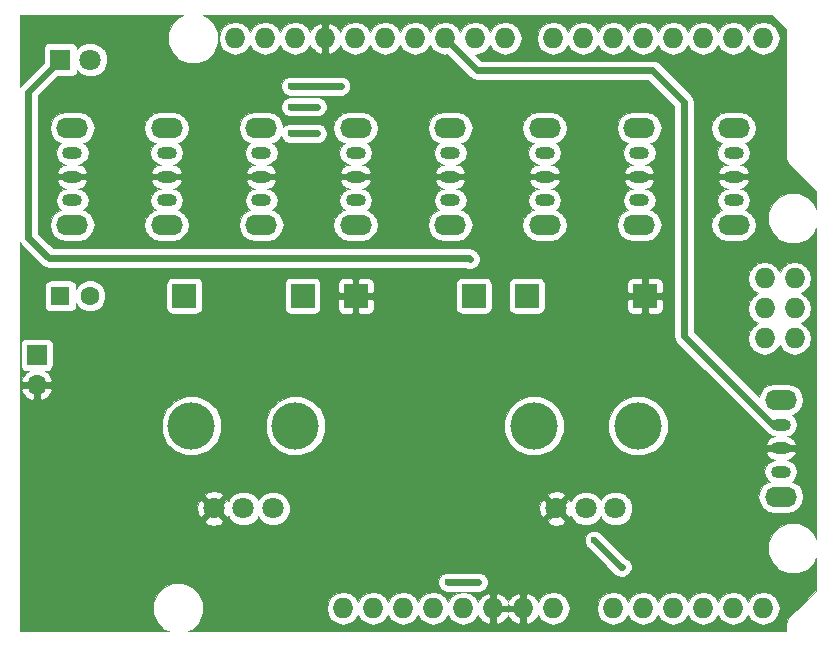
<source format=gbr>
G04 #@! TF.FileFunction,Copper,L2,Bot,Signal*
%FSLAX46Y46*%
G04 Gerber Fmt 4.6, Leading zero omitted, Abs format (unit mm)*
G04 Created by KiCad (PCBNEW 4.0.7) date Sunday, 25 '25e' March '25e' 2018, 13:05:41*
%MOMM*%
%LPD*%
G01*
G04 APERTURE LIST*
%ADD10C,0.100000*%
%ADD11R,1.600000X1.600000*%
%ADD12C,1.600000*%
%ADD13R,1.800000X1.800000*%
%ADD14C,1.800000*%
%ADD15R,1.700000X1.700000*%
%ADD16O,1.700000X1.700000*%
%ADD17R,1.998980X1.998980*%
%ADD18C,4.000000*%
%ADD19O,1.727200X1.727200*%
%ADD20O,2.700000X1.700000*%
%ADD21O,1.700000X1.000000*%
%ADD22C,0.600000*%
%ADD23C,1.000000*%
%ADD24C,0.600000*%
%ADD25C,0.025400*%
G04 APERTURE END LIST*
D10*
D11*
X151000000Y-51000000D03*
D12*
X153500000Y-51000000D03*
D13*
X151000000Y-31000000D03*
D14*
X153540000Y-31000000D03*
D15*
X149000000Y-56000000D03*
D16*
X149000000Y-58540000D03*
D17*
X161498740Y-51000000D03*
X171501260Y-51000000D03*
X200501260Y-51000000D03*
X190498740Y-51000000D03*
D14*
X193000000Y-69000000D03*
X195500000Y-69000000D03*
X198000000Y-69000000D03*
D18*
X191100000Y-62000000D03*
X199900000Y-62000000D03*
D14*
X164000000Y-69000000D03*
X166500000Y-69000000D03*
X169000000Y-69000000D03*
D18*
X162100000Y-62000000D03*
X170900000Y-62000000D03*
D19*
X210627000Y-54600000D03*
X213167000Y-54600000D03*
X213167000Y-52060000D03*
X210627000Y-52060000D03*
X213167000Y-49520000D03*
X197800000Y-77460000D03*
X192720000Y-77460000D03*
X190180000Y-77460000D03*
X187640000Y-77460000D03*
X185100000Y-77460000D03*
X182560000Y-77460000D03*
X180020000Y-77460000D03*
X177480000Y-77460000D03*
X210500000Y-29200000D03*
X207960000Y-29200000D03*
X205420000Y-29200000D03*
X202880000Y-29200000D03*
X200340000Y-29200000D03*
X197800000Y-29200000D03*
X195260000Y-29200000D03*
X192720000Y-29200000D03*
X173416000Y-29200000D03*
X188656000Y-29200000D03*
X186116000Y-29200000D03*
X183576000Y-29200000D03*
X165796000Y-29200000D03*
X168336000Y-29200000D03*
X170876000Y-29200000D03*
X175956000Y-29200000D03*
X178496000Y-29200000D03*
X181036000Y-29200000D03*
X174940000Y-77460000D03*
X200340000Y-77460000D03*
X202880000Y-77460000D03*
X205420000Y-77460000D03*
X207960000Y-77460000D03*
X210500000Y-77460000D03*
X210627000Y-49520000D03*
D20*
X208000000Y-36800000D03*
D21*
X208000000Y-38900000D03*
X208000000Y-40900000D03*
X208000000Y-42900000D03*
D20*
X208000000Y-45000000D03*
X200000000Y-36800000D03*
D21*
X200000000Y-38900000D03*
X200000000Y-40900000D03*
X200000000Y-42900000D03*
D20*
X200000000Y-45000000D03*
X192000000Y-36800000D03*
D21*
X192000000Y-38900000D03*
X192000000Y-40900000D03*
X192000000Y-42900000D03*
D20*
X192000000Y-45000000D03*
X184000000Y-36800000D03*
D21*
X184000000Y-38900000D03*
X184000000Y-40900000D03*
X184000000Y-42900000D03*
D20*
X184000000Y-45000000D03*
X176000000Y-36800000D03*
D21*
X176000000Y-38900000D03*
X176000000Y-40900000D03*
X176000000Y-42900000D03*
D20*
X176000000Y-45000000D03*
X168000000Y-36800000D03*
D21*
X168000000Y-38900000D03*
X168000000Y-40900000D03*
X168000000Y-42900000D03*
D20*
X168000000Y-45000000D03*
X160000000Y-36800000D03*
D21*
X160000000Y-38900000D03*
X160000000Y-40900000D03*
X160000000Y-42900000D03*
D20*
X160000000Y-45000000D03*
X152000000Y-36800000D03*
D21*
X152000000Y-38900000D03*
X152000000Y-40900000D03*
X152000000Y-42900000D03*
D20*
X152000000Y-45000000D03*
X212000000Y-59800000D03*
D21*
X212000000Y-61900000D03*
X212000000Y-63900000D03*
X212000000Y-65900000D03*
D20*
X212000000Y-68000000D03*
D17*
X186001260Y-51000000D03*
X175998740Y-51000000D03*
D22*
X154100000Y-72200000D03*
X152100000Y-70200000D03*
X163900000Y-40900000D03*
X172250000Y-30500000D03*
X172775000Y-40900000D03*
X170225000Y-40875000D03*
X185700000Y-47900000D03*
X198550000Y-73950000D03*
X196200000Y-71700000D03*
X186375000Y-75250000D03*
X183800000Y-75250000D03*
X170500000Y-37250000D03*
X172750000Y-37250000D03*
X172750000Y-35000000D03*
X170500000Y-35000000D03*
X170500000Y-33250000D03*
X174750000Y-33250000D03*
D23*
X152100000Y-70200000D02*
X154100000Y-72200000D01*
X163900000Y-36100000D02*
X163900000Y-40900000D01*
X168500000Y-31500000D02*
X163900000Y-36100000D01*
X171250000Y-31500000D02*
X168500000Y-31500000D01*
X172250000Y-30500000D02*
X171250000Y-31500000D01*
X172775000Y-40900000D02*
X172750000Y-40875000D01*
X172750000Y-40875000D02*
X170225000Y-40875000D01*
D24*
X148300000Y-33700000D02*
X151000000Y-31000000D01*
X148300000Y-46100000D02*
X148300000Y-33700000D01*
X150000000Y-47800000D02*
X148300000Y-46100000D01*
X185600000Y-47800000D02*
X150000000Y-47800000D01*
X185700000Y-47900000D02*
X185600000Y-47800000D01*
X198450000Y-73950000D02*
X198550000Y-73950000D01*
X196200000Y-71700000D02*
X198450000Y-73950000D01*
X183800000Y-75250000D02*
X186375000Y-75250000D01*
X172750000Y-37250000D02*
X170500000Y-37250000D01*
X170500000Y-35000000D02*
X172750000Y-35000000D01*
X174750000Y-33250000D02*
X170500000Y-33250000D01*
X212000000Y-61900000D02*
X211300000Y-61900000D01*
X211300000Y-61900000D02*
X203800000Y-54400000D01*
X203800000Y-54400000D02*
X203800000Y-34600000D01*
X203800000Y-34600000D02*
X201100000Y-31900000D01*
X201100000Y-31900000D02*
X186276000Y-31900000D01*
X186276000Y-31900000D02*
X183576000Y-29200000D01*
D25*
G36*
X161044815Y-27407896D02*
X160449985Y-28001689D01*
X160127668Y-28777914D01*
X160126934Y-29618398D01*
X160447896Y-30395185D01*
X161041689Y-30990015D01*
X161817914Y-31312332D01*
X162658398Y-31313066D01*
X163435185Y-30992104D01*
X164030015Y-30398311D01*
X164352332Y-29622086D01*
X164352700Y-29200000D01*
X164392737Y-29200000D01*
X164497502Y-29726687D01*
X164795846Y-30173191D01*
X165242350Y-30471535D01*
X165769037Y-30576300D01*
X165822963Y-30576300D01*
X166349650Y-30471535D01*
X166796154Y-30173191D01*
X167066000Y-29769337D01*
X167335846Y-30173191D01*
X167782350Y-30471535D01*
X168309037Y-30576300D01*
X168362963Y-30576300D01*
X168889650Y-30471535D01*
X169336154Y-30173191D01*
X169606000Y-29769337D01*
X169875846Y-30173191D01*
X170322350Y-30471535D01*
X170849037Y-30576300D01*
X170902963Y-30576300D01*
X171429650Y-30471535D01*
X171876154Y-30173191D01*
X172152291Y-29759923D01*
X172171374Y-29806010D01*
X172498026Y-30236178D01*
X172964431Y-30508597D01*
X173174700Y-30432952D01*
X173174700Y-29441300D01*
X173154700Y-29441300D01*
X173154700Y-28958700D01*
X173174700Y-28958700D01*
X173174700Y-27967048D01*
X173657300Y-27967048D01*
X173657300Y-28958700D01*
X173677300Y-28958700D01*
X173677300Y-29441300D01*
X173657300Y-29441300D01*
X173657300Y-30432952D01*
X173867569Y-30508597D01*
X174333974Y-30236178D01*
X174660626Y-29806010D01*
X174679709Y-29759923D01*
X174955846Y-30173191D01*
X175402350Y-30471535D01*
X175929037Y-30576300D01*
X175982963Y-30576300D01*
X176509650Y-30471535D01*
X176956154Y-30173191D01*
X177226000Y-29769337D01*
X177495846Y-30173191D01*
X177942350Y-30471535D01*
X178469037Y-30576300D01*
X178522963Y-30576300D01*
X179049650Y-30471535D01*
X179496154Y-30173191D01*
X179766000Y-29769337D01*
X180035846Y-30173191D01*
X180482350Y-30471535D01*
X181009037Y-30576300D01*
X181062963Y-30576300D01*
X181589650Y-30471535D01*
X182036154Y-30173191D01*
X182306000Y-29769337D01*
X182575846Y-30173191D01*
X183022350Y-30471535D01*
X183549037Y-30576300D01*
X183602963Y-30576300D01*
X183769785Y-30543117D01*
X185701332Y-32474663D01*
X185701334Y-32474666D01*
X185829981Y-32560625D01*
X185964993Y-32650837D01*
X186276000Y-32712701D01*
X186276005Y-32712700D01*
X200763368Y-32712700D01*
X202987300Y-34936631D01*
X202987300Y-54400000D01*
X203049163Y-54711007D01*
X203225334Y-54974666D01*
X210725332Y-62474663D01*
X210725334Y-62474666D01*
X210883205Y-62580152D01*
X210907216Y-62616087D01*
X211235759Y-62835613D01*
X211496430Y-62887463D01*
X211202702Y-62962037D01*
X210877808Y-63204609D01*
X210708190Y-63506524D01*
X210792790Y-63658700D01*
X211758700Y-63658700D01*
X211758700Y-63638700D01*
X212241300Y-63638700D01*
X212241300Y-63658700D01*
X213207210Y-63658700D01*
X213291810Y-63506524D01*
X213122192Y-63204609D01*
X212797298Y-62962037D01*
X212503570Y-62887463D01*
X212764241Y-62835613D01*
X213092784Y-62616087D01*
X213312310Y-62287544D01*
X213389397Y-61900000D01*
X213312310Y-61512456D01*
X213092784Y-61183913D01*
X212940706Y-61082297D01*
X213057975Y-61058971D01*
X213500066Y-60763574D01*
X213795463Y-60321483D01*
X213899192Y-59800000D01*
X213795463Y-59278517D01*
X213500066Y-58836426D01*
X213057975Y-58541029D01*
X212536492Y-58437300D01*
X211463508Y-58437300D01*
X210942025Y-58541029D01*
X210499934Y-58836426D01*
X210204537Y-59278517D01*
X210142041Y-59592709D01*
X204612700Y-54063368D01*
X204612700Y-49520000D01*
X209223737Y-49520000D01*
X209328502Y-50046687D01*
X209626846Y-50493191D01*
X210071053Y-50790000D01*
X209626846Y-51086809D01*
X209328502Y-51533313D01*
X209223737Y-52060000D01*
X209328502Y-52586687D01*
X209626846Y-53033191D01*
X210071053Y-53330000D01*
X209626846Y-53626809D01*
X209328502Y-54073313D01*
X209223737Y-54600000D01*
X209328502Y-55126687D01*
X209626846Y-55573191D01*
X210073350Y-55871535D01*
X210600037Y-55976300D01*
X210653963Y-55976300D01*
X211180650Y-55871535D01*
X211627154Y-55573191D01*
X211897000Y-55169337D01*
X212166846Y-55573191D01*
X212613350Y-55871535D01*
X213140037Y-55976300D01*
X213193963Y-55976300D01*
X213720650Y-55871535D01*
X214167154Y-55573191D01*
X214465498Y-55126687D01*
X214570263Y-54600000D01*
X214465498Y-54073313D01*
X214167154Y-53626809D01*
X213722947Y-53330000D01*
X214167154Y-53033191D01*
X214465498Y-52586687D01*
X214570263Y-52060000D01*
X214465498Y-51533313D01*
X214167154Y-51086809D01*
X213722947Y-50790000D01*
X214167154Y-50493191D01*
X214465498Y-50046687D01*
X214570263Y-49520000D01*
X214465498Y-48993313D01*
X214167154Y-48546809D01*
X213720650Y-48248465D01*
X213193963Y-48143700D01*
X213140037Y-48143700D01*
X212613350Y-48248465D01*
X212166846Y-48546809D01*
X211897000Y-48950663D01*
X211627154Y-48546809D01*
X211180650Y-48248465D01*
X210653963Y-48143700D01*
X210600037Y-48143700D01*
X210073350Y-48248465D01*
X209626846Y-48546809D01*
X209328502Y-48993313D01*
X209223737Y-49520000D01*
X204612700Y-49520000D01*
X204612700Y-45000000D01*
X206100808Y-45000000D01*
X206204537Y-45521483D01*
X206499934Y-45963574D01*
X206942025Y-46258971D01*
X207463508Y-46362700D01*
X208536492Y-46362700D01*
X209057975Y-46258971D01*
X209500066Y-45963574D01*
X209795463Y-45521483D01*
X209899192Y-45000000D01*
X209795463Y-44478517D01*
X209500066Y-44036426D01*
X209057975Y-43741029D01*
X208940706Y-43717703D01*
X209092784Y-43616087D01*
X209312310Y-43287544D01*
X209389397Y-42900000D01*
X209312310Y-42512456D01*
X209092784Y-42183913D01*
X208764241Y-41964387D01*
X208503570Y-41912537D01*
X208797298Y-41837963D01*
X209122192Y-41595391D01*
X209291810Y-41293476D01*
X209207210Y-41141300D01*
X208241300Y-41141300D01*
X208241300Y-41161300D01*
X207758700Y-41161300D01*
X207758700Y-41141300D01*
X206792790Y-41141300D01*
X206708190Y-41293476D01*
X206877808Y-41595391D01*
X207202702Y-41837963D01*
X207496430Y-41912537D01*
X207235759Y-41964387D01*
X206907216Y-42183913D01*
X206687690Y-42512456D01*
X206610603Y-42900000D01*
X206687690Y-43287544D01*
X206907216Y-43616087D01*
X207059294Y-43717703D01*
X206942025Y-43741029D01*
X206499934Y-44036426D01*
X206204537Y-44478517D01*
X206100808Y-45000000D01*
X204612700Y-45000000D01*
X204612700Y-36800000D01*
X206100808Y-36800000D01*
X206204537Y-37321483D01*
X206499934Y-37763574D01*
X206942025Y-38058971D01*
X207059294Y-38082297D01*
X206907216Y-38183913D01*
X206687690Y-38512456D01*
X206610603Y-38900000D01*
X206687690Y-39287544D01*
X206907216Y-39616087D01*
X207235759Y-39835613D01*
X207496430Y-39887463D01*
X207202702Y-39962037D01*
X206877808Y-40204609D01*
X206708190Y-40506524D01*
X206792790Y-40658700D01*
X207758700Y-40658700D01*
X207758700Y-40638700D01*
X208241300Y-40638700D01*
X208241300Y-40658700D01*
X209207210Y-40658700D01*
X209291810Y-40506524D01*
X209122192Y-40204609D01*
X208797298Y-39962037D01*
X208503570Y-39887463D01*
X208764241Y-39835613D01*
X209092784Y-39616087D01*
X209312310Y-39287544D01*
X209389397Y-38900000D01*
X209312310Y-38512456D01*
X209092784Y-38183913D01*
X208940706Y-38082297D01*
X209057975Y-38058971D01*
X209500066Y-37763574D01*
X209795463Y-37321483D01*
X209899192Y-36800000D01*
X209795463Y-36278517D01*
X209500066Y-35836426D01*
X209057975Y-35541029D01*
X208536492Y-35437300D01*
X207463508Y-35437300D01*
X206942025Y-35541029D01*
X206499934Y-35836426D01*
X206204537Y-36278517D01*
X206100808Y-36800000D01*
X204612700Y-36800000D01*
X204612700Y-34600005D01*
X204612701Y-34600000D01*
X204550837Y-34288993D01*
X204399633Y-34062700D01*
X204374666Y-34025334D01*
X204374663Y-34025332D01*
X201674666Y-31325334D01*
X201411007Y-31149163D01*
X201100000Y-31087300D01*
X186612631Y-31087300D01*
X186101631Y-30576300D01*
X186142963Y-30576300D01*
X186669650Y-30471535D01*
X187116154Y-30173191D01*
X187386000Y-29769337D01*
X187655846Y-30173191D01*
X188102350Y-30471535D01*
X188629037Y-30576300D01*
X188682963Y-30576300D01*
X189209650Y-30471535D01*
X189656154Y-30173191D01*
X189954498Y-29726687D01*
X190059263Y-29200000D01*
X191316737Y-29200000D01*
X191421502Y-29726687D01*
X191719846Y-30173191D01*
X192166350Y-30471535D01*
X192693037Y-30576300D01*
X192746963Y-30576300D01*
X193273650Y-30471535D01*
X193720154Y-30173191D01*
X193990000Y-29769337D01*
X194259846Y-30173191D01*
X194706350Y-30471535D01*
X195233037Y-30576300D01*
X195286963Y-30576300D01*
X195813650Y-30471535D01*
X196260154Y-30173191D01*
X196530000Y-29769337D01*
X196799846Y-30173191D01*
X197246350Y-30471535D01*
X197773037Y-30576300D01*
X197826963Y-30576300D01*
X198353650Y-30471535D01*
X198800154Y-30173191D01*
X199070000Y-29769337D01*
X199339846Y-30173191D01*
X199786350Y-30471535D01*
X200313037Y-30576300D01*
X200366963Y-30576300D01*
X200893650Y-30471535D01*
X201340154Y-30173191D01*
X201610000Y-29769337D01*
X201879846Y-30173191D01*
X202326350Y-30471535D01*
X202853037Y-30576300D01*
X202906963Y-30576300D01*
X203433650Y-30471535D01*
X203880154Y-30173191D01*
X204150000Y-29769337D01*
X204419846Y-30173191D01*
X204866350Y-30471535D01*
X205393037Y-30576300D01*
X205446963Y-30576300D01*
X205973650Y-30471535D01*
X206420154Y-30173191D01*
X206690000Y-29769337D01*
X206959846Y-30173191D01*
X207406350Y-30471535D01*
X207933037Y-30576300D01*
X207986963Y-30576300D01*
X208513650Y-30471535D01*
X208960154Y-30173191D01*
X209230000Y-29769337D01*
X209499846Y-30173191D01*
X209946350Y-30471535D01*
X210473037Y-30576300D01*
X210526963Y-30576300D01*
X211053650Y-30471535D01*
X211500154Y-30173191D01*
X211798498Y-29726687D01*
X211903263Y-29200000D01*
X211798498Y-28673313D01*
X211500154Y-28226809D01*
X211053650Y-27928465D01*
X210526963Y-27823700D01*
X210473037Y-27823700D01*
X209946350Y-27928465D01*
X209499846Y-28226809D01*
X209230000Y-28630663D01*
X208960154Y-28226809D01*
X208513650Y-27928465D01*
X207986963Y-27823700D01*
X207933037Y-27823700D01*
X207406350Y-27928465D01*
X206959846Y-28226809D01*
X206690000Y-28630663D01*
X206420154Y-28226809D01*
X205973650Y-27928465D01*
X205446963Y-27823700D01*
X205393037Y-27823700D01*
X204866350Y-27928465D01*
X204419846Y-28226809D01*
X204150000Y-28630663D01*
X203880154Y-28226809D01*
X203433650Y-27928465D01*
X202906963Y-27823700D01*
X202853037Y-27823700D01*
X202326350Y-27928465D01*
X201879846Y-28226809D01*
X201610000Y-28630663D01*
X201340154Y-28226809D01*
X200893650Y-27928465D01*
X200366963Y-27823700D01*
X200313037Y-27823700D01*
X199786350Y-27928465D01*
X199339846Y-28226809D01*
X199070000Y-28630663D01*
X198800154Y-28226809D01*
X198353650Y-27928465D01*
X197826963Y-27823700D01*
X197773037Y-27823700D01*
X197246350Y-27928465D01*
X196799846Y-28226809D01*
X196530000Y-28630663D01*
X196260154Y-28226809D01*
X195813650Y-27928465D01*
X195286963Y-27823700D01*
X195233037Y-27823700D01*
X194706350Y-27928465D01*
X194259846Y-28226809D01*
X193990000Y-28630663D01*
X193720154Y-28226809D01*
X193273650Y-27928465D01*
X192746963Y-27823700D01*
X192693037Y-27823700D01*
X192166350Y-27928465D01*
X191719846Y-28226809D01*
X191421502Y-28673313D01*
X191316737Y-29200000D01*
X190059263Y-29200000D01*
X189954498Y-28673313D01*
X189656154Y-28226809D01*
X189209650Y-27928465D01*
X188682963Y-27823700D01*
X188629037Y-27823700D01*
X188102350Y-27928465D01*
X187655846Y-28226809D01*
X187386000Y-28630663D01*
X187116154Y-28226809D01*
X186669650Y-27928465D01*
X186142963Y-27823700D01*
X186089037Y-27823700D01*
X185562350Y-27928465D01*
X185115846Y-28226809D01*
X184846000Y-28630663D01*
X184576154Y-28226809D01*
X184129650Y-27928465D01*
X183602963Y-27823700D01*
X183549037Y-27823700D01*
X183022350Y-27928465D01*
X182575846Y-28226809D01*
X182306000Y-28630663D01*
X182036154Y-28226809D01*
X181589650Y-27928465D01*
X181062963Y-27823700D01*
X181009037Y-27823700D01*
X180482350Y-27928465D01*
X180035846Y-28226809D01*
X179766000Y-28630663D01*
X179496154Y-28226809D01*
X179049650Y-27928465D01*
X178522963Y-27823700D01*
X178469037Y-27823700D01*
X177942350Y-27928465D01*
X177495846Y-28226809D01*
X177226000Y-28630663D01*
X176956154Y-28226809D01*
X176509650Y-27928465D01*
X175982963Y-27823700D01*
X175929037Y-27823700D01*
X175402350Y-27928465D01*
X174955846Y-28226809D01*
X174679709Y-28640077D01*
X174660626Y-28593990D01*
X174333974Y-28163822D01*
X173867569Y-27891403D01*
X173657300Y-27967048D01*
X173174700Y-27967048D01*
X172964431Y-27891403D01*
X172498026Y-28163822D01*
X172171374Y-28593990D01*
X172152291Y-28640077D01*
X171876154Y-28226809D01*
X171429650Y-27928465D01*
X170902963Y-27823700D01*
X170849037Y-27823700D01*
X170322350Y-27928465D01*
X169875846Y-28226809D01*
X169606000Y-28630663D01*
X169336154Y-28226809D01*
X168889650Y-27928465D01*
X168362963Y-27823700D01*
X168309037Y-27823700D01*
X167782350Y-27928465D01*
X167335846Y-28226809D01*
X167066000Y-28630663D01*
X166796154Y-28226809D01*
X166349650Y-27928465D01*
X165822963Y-27823700D01*
X165769037Y-27823700D01*
X165242350Y-27928465D01*
X164795846Y-28226809D01*
X164497502Y-28673313D01*
X164392737Y-29200000D01*
X164352700Y-29200000D01*
X164353066Y-28781602D01*
X164032104Y-28004815D01*
X163438311Y-27409985D01*
X163083610Y-27262700D01*
X211281566Y-27262700D01*
X212437300Y-28418433D01*
X212437300Y-39350000D01*
X212482036Y-39574903D01*
X212609433Y-39765567D01*
X214987300Y-42143433D01*
X214987300Y-43620418D01*
X214832104Y-43244815D01*
X214238311Y-42649985D01*
X213462086Y-42327668D01*
X212621602Y-42326934D01*
X211844815Y-42647896D01*
X211249985Y-43241689D01*
X210927668Y-44017914D01*
X210926934Y-44858398D01*
X211247896Y-45635185D01*
X211841689Y-46230015D01*
X212617914Y-46552332D01*
X213458398Y-46553066D01*
X214235185Y-46232104D01*
X214830015Y-45638311D01*
X214987300Y-45259527D01*
X214987300Y-71560418D01*
X214832104Y-71184815D01*
X214238311Y-70589985D01*
X213462086Y-70267668D01*
X212621602Y-70266934D01*
X211844815Y-70587896D01*
X211249985Y-71181689D01*
X210927668Y-71957914D01*
X210926934Y-72798398D01*
X211247896Y-73575185D01*
X211841689Y-74170015D01*
X212617914Y-74492332D01*
X213458398Y-74493066D01*
X214235185Y-74172104D01*
X214830015Y-73578311D01*
X214987300Y-73199527D01*
X214987300Y-75956567D01*
X212634433Y-78309433D01*
X212507036Y-78500097D01*
X212462300Y-78725000D01*
X212462300Y-79412300D01*
X161777481Y-79412300D01*
X162165185Y-79252104D01*
X162760015Y-78658311D01*
X163082332Y-77882086D01*
X163082700Y-77460000D01*
X173536737Y-77460000D01*
X173641502Y-77986687D01*
X173939846Y-78433191D01*
X174386350Y-78731535D01*
X174913037Y-78836300D01*
X174966963Y-78836300D01*
X175493650Y-78731535D01*
X175940154Y-78433191D01*
X176210000Y-78029337D01*
X176479846Y-78433191D01*
X176926350Y-78731535D01*
X177453037Y-78836300D01*
X177506963Y-78836300D01*
X178033650Y-78731535D01*
X178480154Y-78433191D01*
X178750000Y-78029337D01*
X179019846Y-78433191D01*
X179466350Y-78731535D01*
X179993037Y-78836300D01*
X180046963Y-78836300D01*
X180573650Y-78731535D01*
X181020154Y-78433191D01*
X181290000Y-78029337D01*
X181559846Y-78433191D01*
X182006350Y-78731535D01*
X182533037Y-78836300D01*
X182586963Y-78836300D01*
X183113650Y-78731535D01*
X183560154Y-78433191D01*
X183830000Y-78029337D01*
X184099846Y-78433191D01*
X184546350Y-78731535D01*
X185073037Y-78836300D01*
X185126963Y-78836300D01*
X185653650Y-78731535D01*
X186100154Y-78433191D01*
X186376291Y-78019923D01*
X186395374Y-78066010D01*
X186722026Y-78496178D01*
X187188431Y-78768597D01*
X187398700Y-78692952D01*
X187398700Y-77701300D01*
X187881300Y-77701300D01*
X187881300Y-78692952D01*
X188091569Y-78768597D01*
X188557974Y-78496178D01*
X188884626Y-78066010D01*
X188910000Y-78004731D01*
X188935374Y-78066010D01*
X189262026Y-78496178D01*
X189728431Y-78768597D01*
X189938700Y-78692952D01*
X189938700Y-77701300D01*
X188949308Y-77701300D01*
X188910000Y-77807420D01*
X188870692Y-77701300D01*
X187881300Y-77701300D01*
X187398700Y-77701300D01*
X187378700Y-77701300D01*
X187378700Y-77218700D01*
X187398700Y-77218700D01*
X187398700Y-76227048D01*
X187881300Y-76227048D01*
X187881300Y-77218700D01*
X188870692Y-77218700D01*
X188910000Y-77112580D01*
X188949308Y-77218700D01*
X189938700Y-77218700D01*
X189938700Y-76227048D01*
X190421300Y-76227048D01*
X190421300Y-77218700D01*
X190441300Y-77218700D01*
X190441300Y-77701300D01*
X190421300Y-77701300D01*
X190421300Y-78692952D01*
X190631569Y-78768597D01*
X191097974Y-78496178D01*
X191424626Y-78066010D01*
X191443709Y-78019923D01*
X191719846Y-78433191D01*
X192166350Y-78731535D01*
X192693037Y-78836300D01*
X192746963Y-78836300D01*
X193273650Y-78731535D01*
X193720154Y-78433191D01*
X194018498Y-77986687D01*
X194123263Y-77460000D01*
X196396737Y-77460000D01*
X196501502Y-77986687D01*
X196799846Y-78433191D01*
X197246350Y-78731535D01*
X197773037Y-78836300D01*
X197826963Y-78836300D01*
X198353650Y-78731535D01*
X198800154Y-78433191D01*
X199070000Y-78029337D01*
X199339846Y-78433191D01*
X199786350Y-78731535D01*
X200313037Y-78836300D01*
X200366963Y-78836300D01*
X200893650Y-78731535D01*
X201340154Y-78433191D01*
X201610000Y-78029337D01*
X201879846Y-78433191D01*
X202326350Y-78731535D01*
X202853037Y-78836300D01*
X202906963Y-78836300D01*
X203433650Y-78731535D01*
X203880154Y-78433191D01*
X204150000Y-78029337D01*
X204419846Y-78433191D01*
X204866350Y-78731535D01*
X205393037Y-78836300D01*
X205446963Y-78836300D01*
X205973650Y-78731535D01*
X206420154Y-78433191D01*
X206690000Y-78029337D01*
X206959846Y-78433191D01*
X207406350Y-78731535D01*
X207933037Y-78836300D01*
X207986963Y-78836300D01*
X208513650Y-78731535D01*
X208960154Y-78433191D01*
X209230000Y-78029337D01*
X209499846Y-78433191D01*
X209946350Y-78731535D01*
X210473037Y-78836300D01*
X210526963Y-78836300D01*
X211053650Y-78731535D01*
X211500154Y-78433191D01*
X211798498Y-77986687D01*
X211903263Y-77460000D01*
X211798498Y-76933313D01*
X211500154Y-76486809D01*
X211053650Y-76188465D01*
X210526963Y-76083700D01*
X210473037Y-76083700D01*
X209946350Y-76188465D01*
X209499846Y-76486809D01*
X209230000Y-76890663D01*
X208960154Y-76486809D01*
X208513650Y-76188465D01*
X207986963Y-76083700D01*
X207933037Y-76083700D01*
X207406350Y-76188465D01*
X206959846Y-76486809D01*
X206690000Y-76890663D01*
X206420154Y-76486809D01*
X205973650Y-76188465D01*
X205446963Y-76083700D01*
X205393037Y-76083700D01*
X204866350Y-76188465D01*
X204419846Y-76486809D01*
X204150000Y-76890663D01*
X203880154Y-76486809D01*
X203433650Y-76188465D01*
X202906963Y-76083700D01*
X202853037Y-76083700D01*
X202326350Y-76188465D01*
X201879846Y-76486809D01*
X201610000Y-76890663D01*
X201340154Y-76486809D01*
X200893650Y-76188465D01*
X200366963Y-76083700D01*
X200313037Y-76083700D01*
X199786350Y-76188465D01*
X199339846Y-76486809D01*
X199070000Y-76890663D01*
X198800154Y-76486809D01*
X198353650Y-76188465D01*
X197826963Y-76083700D01*
X197773037Y-76083700D01*
X197246350Y-76188465D01*
X196799846Y-76486809D01*
X196501502Y-76933313D01*
X196396737Y-77460000D01*
X194123263Y-77460000D01*
X194018498Y-76933313D01*
X193720154Y-76486809D01*
X193273650Y-76188465D01*
X192746963Y-76083700D01*
X192693037Y-76083700D01*
X192166350Y-76188465D01*
X191719846Y-76486809D01*
X191443709Y-76900077D01*
X191424626Y-76853990D01*
X191097974Y-76423822D01*
X190631569Y-76151403D01*
X190421300Y-76227048D01*
X189938700Y-76227048D01*
X189728431Y-76151403D01*
X189262026Y-76423822D01*
X188935374Y-76853990D01*
X188910000Y-76915269D01*
X188884626Y-76853990D01*
X188557974Y-76423822D01*
X188091569Y-76151403D01*
X187881300Y-76227048D01*
X187398700Y-76227048D01*
X187188431Y-76151403D01*
X186722026Y-76423822D01*
X186395374Y-76853990D01*
X186376291Y-76900077D01*
X186100154Y-76486809D01*
X185653650Y-76188465D01*
X185126963Y-76083700D01*
X185073037Y-76083700D01*
X184546350Y-76188465D01*
X184099846Y-76486809D01*
X183830000Y-76890663D01*
X183560154Y-76486809D01*
X183113650Y-76188465D01*
X182586963Y-76083700D01*
X182533037Y-76083700D01*
X182006350Y-76188465D01*
X181559846Y-76486809D01*
X181290000Y-76890663D01*
X181020154Y-76486809D01*
X180573650Y-76188465D01*
X180046963Y-76083700D01*
X179993037Y-76083700D01*
X179466350Y-76188465D01*
X179019846Y-76486809D01*
X178750000Y-76890663D01*
X178480154Y-76486809D01*
X178033650Y-76188465D01*
X177506963Y-76083700D01*
X177453037Y-76083700D01*
X176926350Y-76188465D01*
X176479846Y-76486809D01*
X176210000Y-76890663D01*
X175940154Y-76486809D01*
X175493650Y-76188465D01*
X174966963Y-76083700D01*
X174913037Y-76083700D01*
X174386350Y-76188465D01*
X173939846Y-76486809D01*
X173641502Y-76933313D01*
X173536737Y-77460000D01*
X163082700Y-77460000D01*
X163083066Y-77041602D01*
X162762104Y-76264815D01*
X162168311Y-75669985D01*
X161544479Y-75410947D01*
X182987159Y-75410947D01*
X183110625Y-75709756D01*
X183339041Y-75938572D01*
X183637635Y-76062559D01*
X183960947Y-76062841D01*
X183961288Y-76062700D01*
X186374291Y-76062700D01*
X186535947Y-76062841D01*
X186834756Y-75939375D01*
X187063572Y-75710959D01*
X187187559Y-75412365D01*
X187187841Y-75089053D01*
X187064375Y-74790244D01*
X186835959Y-74561428D01*
X186537365Y-74437441D01*
X186214053Y-74437159D01*
X186213712Y-74437300D01*
X183800709Y-74437300D01*
X183639053Y-74437159D01*
X183340244Y-74560625D01*
X183111428Y-74789041D01*
X182987441Y-75087635D01*
X182987159Y-75410947D01*
X161544479Y-75410947D01*
X161392086Y-75347668D01*
X160551602Y-75346934D01*
X159774815Y-75667896D01*
X159179985Y-76261689D01*
X158857668Y-77037914D01*
X158856934Y-77878398D01*
X159177896Y-78655185D01*
X159771689Y-79250015D01*
X160162514Y-79412300D01*
X147637034Y-79412300D01*
X147587700Y-79362956D01*
X147587700Y-71860947D01*
X195387159Y-71860947D01*
X195510625Y-72159756D01*
X195739041Y-72388572D01*
X195739381Y-72388713D01*
X197875332Y-74524663D01*
X197875334Y-74524666D01*
X198138993Y-74700837D01*
X198190593Y-74711101D01*
X198330944Y-74739019D01*
X198387635Y-74762559D01*
X198449558Y-74762613D01*
X198450000Y-74762701D01*
X198450005Y-74762700D01*
X198549291Y-74762700D01*
X198710947Y-74762841D01*
X199009756Y-74639375D01*
X199238572Y-74410959D01*
X199362559Y-74112365D01*
X199362841Y-73789053D01*
X199239375Y-73490244D01*
X199010959Y-73261428D01*
X198839608Y-73190277D01*
X196774666Y-71125334D01*
X196660959Y-71011428D01*
X196362365Y-70887441D01*
X196039053Y-70887159D01*
X195740244Y-71010625D01*
X195511428Y-71239041D01*
X195387441Y-71537635D01*
X195387159Y-71860947D01*
X147587700Y-71860947D01*
X147587700Y-70087097D01*
X163254153Y-70087097D01*
X163355686Y-70297346D01*
X163901204Y-70445160D01*
X164461763Y-70372962D01*
X164644314Y-70297346D01*
X164745847Y-70087097D01*
X164000000Y-69341250D01*
X163254153Y-70087097D01*
X147587700Y-70087097D01*
X147587700Y-68901204D01*
X162554840Y-68901204D01*
X162627038Y-69461763D01*
X162702654Y-69644314D01*
X162912903Y-69745847D01*
X163658750Y-69000000D01*
X164341250Y-69000000D01*
X165087097Y-69745847D01*
X165247607Y-69668334D01*
X165301673Y-69799185D01*
X165698725Y-70196930D01*
X166217764Y-70412454D01*
X166779770Y-70412944D01*
X167299185Y-70198327D01*
X167696930Y-69801275D01*
X167749864Y-69673796D01*
X167801673Y-69799185D01*
X168198725Y-70196930D01*
X168717764Y-70412454D01*
X169279770Y-70412944D01*
X169799185Y-70198327D01*
X169910609Y-70087097D01*
X192254153Y-70087097D01*
X192355686Y-70297346D01*
X192901204Y-70445160D01*
X193461763Y-70372962D01*
X193644314Y-70297346D01*
X193745847Y-70087097D01*
X193000000Y-69341250D01*
X192254153Y-70087097D01*
X169910609Y-70087097D01*
X170196930Y-69801275D01*
X170412454Y-69282236D01*
X170412786Y-68901204D01*
X191554840Y-68901204D01*
X191627038Y-69461763D01*
X191702654Y-69644314D01*
X191912903Y-69745847D01*
X192658750Y-69000000D01*
X193341250Y-69000000D01*
X194087097Y-69745847D01*
X194247607Y-69668334D01*
X194301673Y-69799185D01*
X194698725Y-70196930D01*
X195217764Y-70412454D01*
X195779770Y-70412944D01*
X196299185Y-70198327D01*
X196696930Y-69801275D01*
X196749864Y-69673796D01*
X196801673Y-69799185D01*
X197198725Y-70196930D01*
X197717764Y-70412454D01*
X198279770Y-70412944D01*
X198799185Y-70198327D01*
X199196930Y-69801275D01*
X199412454Y-69282236D01*
X199412944Y-68720230D01*
X199198327Y-68200815D01*
X198997862Y-68000000D01*
X210100808Y-68000000D01*
X210204537Y-68521483D01*
X210499934Y-68963574D01*
X210942025Y-69258971D01*
X211463508Y-69362700D01*
X212536492Y-69362700D01*
X213057975Y-69258971D01*
X213500066Y-68963574D01*
X213795463Y-68521483D01*
X213899192Y-68000000D01*
X213795463Y-67478517D01*
X213500066Y-67036426D01*
X213057975Y-66741029D01*
X212940706Y-66717703D01*
X213092784Y-66616087D01*
X213312310Y-66287544D01*
X213389397Y-65900000D01*
X213312310Y-65512456D01*
X213092784Y-65183913D01*
X212764241Y-64964387D01*
X212503570Y-64912537D01*
X212797298Y-64837963D01*
X213122192Y-64595391D01*
X213291810Y-64293476D01*
X213207210Y-64141300D01*
X212241300Y-64141300D01*
X212241300Y-64161300D01*
X211758700Y-64161300D01*
X211758700Y-64141300D01*
X210792790Y-64141300D01*
X210708190Y-64293476D01*
X210877808Y-64595391D01*
X211202702Y-64837963D01*
X211496430Y-64912537D01*
X211235759Y-64964387D01*
X210907216Y-65183913D01*
X210687690Y-65512456D01*
X210610603Y-65900000D01*
X210687690Y-66287544D01*
X210907216Y-66616087D01*
X211059294Y-66717703D01*
X210942025Y-66741029D01*
X210499934Y-67036426D01*
X210204537Y-67478517D01*
X210100808Y-68000000D01*
X198997862Y-68000000D01*
X198801275Y-67803070D01*
X198282236Y-67587546D01*
X197720230Y-67587056D01*
X197200815Y-67801673D01*
X196803070Y-68198725D01*
X196750136Y-68326204D01*
X196698327Y-68200815D01*
X196301275Y-67803070D01*
X195782236Y-67587546D01*
X195220230Y-67587056D01*
X194700815Y-67801673D01*
X194303070Y-68198725D01*
X194247824Y-68331771D01*
X194087097Y-68254153D01*
X193341250Y-69000000D01*
X192658750Y-69000000D01*
X191912903Y-68254153D01*
X191702654Y-68355686D01*
X191554840Y-68901204D01*
X170412786Y-68901204D01*
X170412944Y-68720230D01*
X170198327Y-68200815D01*
X169910917Y-67912903D01*
X192254153Y-67912903D01*
X193000000Y-68658750D01*
X193745847Y-67912903D01*
X193644314Y-67702654D01*
X193098796Y-67554840D01*
X192538237Y-67627038D01*
X192355686Y-67702654D01*
X192254153Y-67912903D01*
X169910917Y-67912903D01*
X169801275Y-67803070D01*
X169282236Y-67587546D01*
X168720230Y-67587056D01*
X168200815Y-67801673D01*
X167803070Y-68198725D01*
X167750136Y-68326204D01*
X167698327Y-68200815D01*
X167301275Y-67803070D01*
X166782236Y-67587546D01*
X166220230Y-67587056D01*
X165700815Y-67801673D01*
X165303070Y-68198725D01*
X165247824Y-68331771D01*
X165087097Y-68254153D01*
X164341250Y-69000000D01*
X163658750Y-69000000D01*
X162912903Y-68254153D01*
X162702654Y-68355686D01*
X162554840Y-68901204D01*
X147587700Y-68901204D01*
X147587700Y-67912903D01*
X163254153Y-67912903D01*
X164000000Y-68658750D01*
X164745847Y-67912903D01*
X164644314Y-67702654D01*
X164098796Y-67554840D01*
X163538237Y-67627038D01*
X163355686Y-67702654D01*
X163254153Y-67912903D01*
X147587700Y-67912903D01*
X147587700Y-62497614D01*
X159586865Y-62497614D01*
X159968594Y-63421471D01*
X160674811Y-64128922D01*
X161598000Y-64512263D01*
X162597614Y-64513135D01*
X163521471Y-64131406D01*
X164228922Y-63425189D01*
X164612263Y-62502000D01*
X164612266Y-62497614D01*
X168386865Y-62497614D01*
X168768594Y-63421471D01*
X169474811Y-64128922D01*
X170398000Y-64512263D01*
X171397614Y-64513135D01*
X172321471Y-64131406D01*
X173028922Y-63425189D01*
X173412263Y-62502000D01*
X173412266Y-62497614D01*
X188586865Y-62497614D01*
X188968594Y-63421471D01*
X189674811Y-64128922D01*
X190598000Y-64512263D01*
X191597614Y-64513135D01*
X192521471Y-64131406D01*
X193228922Y-63425189D01*
X193612263Y-62502000D01*
X193612266Y-62497614D01*
X197386865Y-62497614D01*
X197768594Y-63421471D01*
X198474811Y-64128922D01*
X199398000Y-64512263D01*
X200397614Y-64513135D01*
X201321471Y-64131406D01*
X202028922Y-63425189D01*
X202412263Y-62502000D01*
X202413135Y-61502386D01*
X202031406Y-60578529D01*
X201325189Y-59871078D01*
X200402000Y-59487737D01*
X199402386Y-59486865D01*
X198478529Y-59868594D01*
X197771078Y-60574811D01*
X197387737Y-61498000D01*
X197386865Y-62497614D01*
X193612266Y-62497614D01*
X193613135Y-61502386D01*
X193231406Y-60578529D01*
X192525189Y-59871078D01*
X191602000Y-59487737D01*
X190602386Y-59486865D01*
X189678529Y-59868594D01*
X188971078Y-60574811D01*
X188587737Y-61498000D01*
X188586865Y-62497614D01*
X173412266Y-62497614D01*
X173413135Y-61502386D01*
X173031406Y-60578529D01*
X172325189Y-59871078D01*
X171402000Y-59487737D01*
X170402386Y-59486865D01*
X169478529Y-59868594D01*
X168771078Y-60574811D01*
X168387737Y-61498000D01*
X168386865Y-62497614D01*
X164612266Y-62497614D01*
X164613135Y-61502386D01*
X164231406Y-60578529D01*
X163525189Y-59871078D01*
X162602000Y-59487737D01*
X161602386Y-59486865D01*
X160678529Y-59868594D01*
X159971078Y-60574811D01*
X159587737Y-61498000D01*
X159586865Y-62497614D01*
X147587700Y-62497614D01*
X147587700Y-58989405D01*
X147705067Y-58989405D01*
X147766550Y-59137892D01*
X148089244Y-59564401D01*
X148550592Y-59834954D01*
X148758700Y-59759139D01*
X148758700Y-58781300D01*
X149241300Y-58781300D01*
X149241300Y-59759139D01*
X149449408Y-59834954D01*
X149910756Y-59564401D01*
X150233450Y-59137892D01*
X150294933Y-58989405D01*
X150216831Y-58781300D01*
X149241300Y-58781300D01*
X148758700Y-58781300D01*
X147783169Y-58781300D01*
X147705067Y-58989405D01*
X147587700Y-58989405D01*
X147587700Y-55150000D01*
X147627256Y-55150000D01*
X147627256Y-56850000D01*
X147663006Y-57039995D01*
X147775293Y-57214494D01*
X147946623Y-57331559D01*
X148150000Y-57372744D01*
X148332841Y-57372744D01*
X148089244Y-57515599D01*
X147766550Y-57942108D01*
X147705067Y-58090595D01*
X147783169Y-58298700D01*
X148758700Y-58298700D01*
X148758700Y-58278700D01*
X149241300Y-58278700D01*
X149241300Y-58298700D01*
X150216831Y-58298700D01*
X150294933Y-58090595D01*
X150233450Y-57942108D01*
X149910756Y-57515599D01*
X149667159Y-57372744D01*
X149850000Y-57372744D01*
X150039995Y-57336994D01*
X150214494Y-57224707D01*
X150331559Y-57053377D01*
X150372744Y-56850000D01*
X150372744Y-55150000D01*
X150336994Y-54960005D01*
X150224707Y-54785506D01*
X150053377Y-54668441D01*
X149850000Y-54627256D01*
X148150000Y-54627256D01*
X147960005Y-54663006D01*
X147785506Y-54775293D01*
X147668441Y-54946623D01*
X147627256Y-55150000D01*
X147587700Y-55150000D01*
X147587700Y-50200000D01*
X149677256Y-50200000D01*
X149677256Y-51800000D01*
X149713006Y-51989995D01*
X149825293Y-52164494D01*
X149996623Y-52281559D01*
X150200000Y-52322744D01*
X151800000Y-52322744D01*
X151989995Y-52286994D01*
X152164494Y-52174707D01*
X152281559Y-52003377D01*
X152322744Y-51800000D01*
X152322744Y-51588316D01*
X152386498Y-51742613D01*
X152755444Y-52112204D01*
X153237742Y-52312471D01*
X153759967Y-52312927D01*
X154242613Y-52113502D01*
X154612204Y-51744556D01*
X154812471Y-51262258D01*
X154812927Y-50740033D01*
X154613502Y-50257387D01*
X154357074Y-50000510D01*
X159976506Y-50000510D01*
X159976506Y-51999490D01*
X160012256Y-52189485D01*
X160124543Y-52363984D01*
X160295873Y-52481049D01*
X160499250Y-52522234D01*
X162498230Y-52522234D01*
X162688225Y-52486484D01*
X162862724Y-52374197D01*
X162979789Y-52202867D01*
X163020974Y-51999490D01*
X163020974Y-50000510D01*
X169979026Y-50000510D01*
X169979026Y-51999490D01*
X170014776Y-52189485D01*
X170127063Y-52363984D01*
X170298393Y-52481049D01*
X170501770Y-52522234D01*
X172500750Y-52522234D01*
X172690745Y-52486484D01*
X172865244Y-52374197D01*
X172982309Y-52202867D01*
X173023494Y-51999490D01*
X173023494Y-51371475D01*
X174478550Y-51371475D01*
X174478550Y-52103063D01*
X174557822Y-52294443D01*
X174704297Y-52440918D01*
X174895676Y-52520190D01*
X175627265Y-52520190D01*
X175757440Y-52390015D01*
X175757440Y-51241300D01*
X176240040Y-51241300D01*
X176240040Y-52390015D01*
X176370215Y-52520190D01*
X177101804Y-52520190D01*
X177293183Y-52440918D01*
X177439658Y-52294443D01*
X177518930Y-52103063D01*
X177518930Y-51371475D01*
X177388755Y-51241300D01*
X176240040Y-51241300D01*
X175757440Y-51241300D01*
X174608725Y-51241300D01*
X174478550Y-51371475D01*
X173023494Y-51371475D01*
X173023494Y-50000510D01*
X173004006Y-49896937D01*
X174478550Y-49896937D01*
X174478550Y-50628525D01*
X174608725Y-50758700D01*
X175757440Y-50758700D01*
X175757440Y-49609985D01*
X176240040Y-49609985D01*
X176240040Y-50758700D01*
X177388755Y-50758700D01*
X177518930Y-50628525D01*
X177518930Y-50000510D01*
X184479026Y-50000510D01*
X184479026Y-51999490D01*
X184514776Y-52189485D01*
X184627063Y-52363984D01*
X184798393Y-52481049D01*
X185001770Y-52522234D01*
X187000750Y-52522234D01*
X187190745Y-52486484D01*
X187365244Y-52374197D01*
X187482309Y-52202867D01*
X187523494Y-51999490D01*
X187523494Y-50000510D01*
X188976506Y-50000510D01*
X188976506Y-51999490D01*
X189012256Y-52189485D01*
X189124543Y-52363984D01*
X189295873Y-52481049D01*
X189499250Y-52522234D01*
X191498230Y-52522234D01*
X191688225Y-52486484D01*
X191862724Y-52374197D01*
X191979789Y-52202867D01*
X192020974Y-51999490D01*
X192020974Y-51371475D01*
X198981070Y-51371475D01*
X198981070Y-52103063D01*
X199060342Y-52294443D01*
X199206817Y-52440918D01*
X199398196Y-52520190D01*
X200129785Y-52520190D01*
X200259960Y-52390015D01*
X200259960Y-51241300D01*
X200742560Y-51241300D01*
X200742560Y-52390015D01*
X200872735Y-52520190D01*
X201604324Y-52520190D01*
X201795703Y-52440918D01*
X201942178Y-52294443D01*
X202021450Y-52103063D01*
X202021450Y-51371475D01*
X201891275Y-51241300D01*
X200742560Y-51241300D01*
X200259960Y-51241300D01*
X199111245Y-51241300D01*
X198981070Y-51371475D01*
X192020974Y-51371475D01*
X192020974Y-50000510D01*
X192001486Y-49896937D01*
X198981070Y-49896937D01*
X198981070Y-50628525D01*
X199111245Y-50758700D01*
X200259960Y-50758700D01*
X200259960Y-49609985D01*
X200742560Y-49609985D01*
X200742560Y-50758700D01*
X201891275Y-50758700D01*
X202021450Y-50628525D01*
X202021450Y-49896937D01*
X201942178Y-49705557D01*
X201795703Y-49559082D01*
X201604324Y-49479810D01*
X200872735Y-49479810D01*
X200742560Y-49609985D01*
X200259960Y-49609985D01*
X200129785Y-49479810D01*
X199398196Y-49479810D01*
X199206817Y-49559082D01*
X199060342Y-49705557D01*
X198981070Y-49896937D01*
X192001486Y-49896937D01*
X191985224Y-49810515D01*
X191872937Y-49636016D01*
X191701607Y-49518951D01*
X191498230Y-49477766D01*
X189499250Y-49477766D01*
X189309255Y-49513516D01*
X189134756Y-49625803D01*
X189017691Y-49797133D01*
X188976506Y-50000510D01*
X187523494Y-50000510D01*
X187487744Y-49810515D01*
X187375457Y-49636016D01*
X187204127Y-49518951D01*
X187000750Y-49477766D01*
X185001770Y-49477766D01*
X184811775Y-49513516D01*
X184637276Y-49625803D01*
X184520211Y-49797133D01*
X184479026Y-50000510D01*
X177518930Y-50000510D01*
X177518930Y-49896937D01*
X177439658Y-49705557D01*
X177293183Y-49559082D01*
X177101804Y-49479810D01*
X176370215Y-49479810D01*
X176240040Y-49609985D01*
X175757440Y-49609985D01*
X175627265Y-49479810D01*
X174895676Y-49479810D01*
X174704297Y-49559082D01*
X174557822Y-49705557D01*
X174478550Y-49896937D01*
X173004006Y-49896937D01*
X172987744Y-49810515D01*
X172875457Y-49636016D01*
X172704127Y-49518951D01*
X172500750Y-49477766D01*
X170501770Y-49477766D01*
X170311775Y-49513516D01*
X170137276Y-49625803D01*
X170020211Y-49797133D01*
X169979026Y-50000510D01*
X163020974Y-50000510D01*
X162985224Y-49810515D01*
X162872937Y-49636016D01*
X162701607Y-49518951D01*
X162498230Y-49477766D01*
X160499250Y-49477766D01*
X160309255Y-49513516D01*
X160134756Y-49625803D01*
X160017691Y-49797133D01*
X159976506Y-50000510D01*
X154357074Y-50000510D01*
X154244556Y-49887796D01*
X153762258Y-49687529D01*
X153240033Y-49687073D01*
X152757387Y-49886498D01*
X152387796Y-50255444D01*
X152322744Y-50412107D01*
X152322744Y-50200000D01*
X152286994Y-50010005D01*
X152174707Y-49835506D01*
X152003377Y-49718441D01*
X151800000Y-49677256D01*
X150200000Y-49677256D01*
X150010005Y-49713006D01*
X149835506Y-49825293D01*
X149718441Y-49996623D01*
X149677256Y-50200000D01*
X147587700Y-50200000D01*
X147587700Y-46468682D01*
X147725334Y-46674666D01*
X149425334Y-48374666D01*
X149688993Y-48550837D01*
X150000000Y-48612700D01*
X185297148Y-48612700D01*
X185537635Y-48712559D01*
X185860947Y-48712841D01*
X186159756Y-48589375D01*
X186388572Y-48360959D01*
X186512559Y-48062365D01*
X186512841Y-47739053D01*
X186389375Y-47440244D01*
X186160959Y-47211428D01*
X186142191Y-47203635D01*
X185911007Y-47049163D01*
X185600000Y-46987300D01*
X150336632Y-46987300D01*
X149112700Y-45763368D01*
X149112700Y-45000000D01*
X150100808Y-45000000D01*
X150204537Y-45521483D01*
X150499934Y-45963574D01*
X150942025Y-46258971D01*
X151463508Y-46362700D01*
X152536492Y-46362700D01*
X153057975Y-46258971D01*
X153500066Y-45963574D01*
X153795463Y-45521483D01*
X153899192Y-45000000D01*
X158100808Y-45000000D01*
X158204537Y-45521483D01*
X158499934Y-45963574D01*
X158942025Y-46258971D01*
X159463508Y-46362700D01*
X160536492Y-46362700D01*
X161057975Y-46258971D01*
X161500066Y-45963574D01*
X161795463Y-45521483D01*
X161899192Y-45000000D01*
X166100808Y-45000000D01*
X166204537Y-45521483D01*
X166499934Y-45963574D01*
X166942025Y-46258971D01*
X167463508Y-46362700D01*
X168536492Y-46362700D01*
X169057975Y-46258971D01*
X169500066Y-45963574D01*
X169795463Y-45521483D01*
X169899192Y-45000000D01*
X174100808Y-45000000D01*
X174204537Y-45521483D01*
X174499934Y-45963574D01*
X174942025Y-46258971D01*
X175463508Y-46362700D01*
X176536492Y-46362700D01*
X177057975Y-46258971D01*
X177500066Y-45963574D01*
X177795463Y-45521483D01*
X177899192Y-45000000D01*
X182100808Y-45000000D01*
X182204537Y-45521483D01*
X182499934Y-45963574D01*
X182942025Y-46258971D01*
X183463508Y-46362700D01*
X184536492Y-46362700D01*
X185057975Y-46258971D01*
X185500066Y-45963574D01*
X185795463Y-45521483D01*
X185899192Y-45000000D01*
X190100808Y-45000000D01*
X190204537Y-45521483D01*
X190499934Y-45963574D01*
X190942025Y-46258971D01*
X191463508Y-46362700D01*
X192536492Y-46362700D01*
X193057975Y-46258971D01*
X193500066Y-45963574D01*
X193795463Y-45521483D01*
X193899192Y-45000000D01*
X198100808Y-45000000D01*
X198204537Y-45521483D01*
X198499934Y-45963574D01*
X198942025Y-46258971D01*
X199463508Y-46362700D01*
X200536492Y-46362700D01*
X201057975Y-46258971D01*
X201500066Y-45963574D01*
X201795463Y-45521483D01*
X201899192Y-45000000D01*
X201795463Y-44478517D01*
X201500066Y-44036426D01*
X201057975Y-43741029D01*
X200940706Y-43717703D01*
X201092784Y-43616087D01*
X201312310Y-43287544D01*
X201389397Y-42900000D01*
X201312310Y-42512456D01*
X201092784Y-42183913D01*
X200764241Y-41964387D01*
X200503570Y-41912537D01*
X200797298Y-41837963D01*
X201122192Y-41595391D01*
X201291810Y-41293476D01*
X201207210Y-41141300D01*
X200241300Y-41141300D01*
X200241300Y-41161300D01*
X199758700Y-41161300D01*
X199758700Y-41141300D01*
X198792790Y-41141300D01*
X198708190Y-41293476D01*
X198877808Y-41595391D01*
X199202702Y-41837963D01*
X199496430Y-41912537D01*
X199235759Y-41964387D01*
X198907216Y-42183913D01*
X198687690Y-42512456D01*
X198610603Y-42900000D01*
X198687690Y-43287544D01*
X198907216Y-43616087D01*
X199059294Y-43717703D01*
X198942025Y-43741029D01*
X198499934Y-44036426D01*
X198204537Y-44478517D01*
X198100808Y-45000000D01*
X193899192Y-45000000D01*
X193795463Y-44478517D01*
X193500066Y-44036426D01*
X193057975Y-43741029D01*
X192940706Y-43717703D01*
X193092784Y-43616087D01*
X193312310Y-43287544D01*
X193389397Y-42900000D01*
X193312310Y-42512456D01*
X193092784Y-42183913D01*
X192764241Y-41964387D01*
X192503570Y-41912537D01*
X192797298Y-41837963D01*
X193122192Y-41595391D01*
X193291810Y-41293476D01*
X193207210Y-41141300D01*
X192241300Y-41141300D01*
X192241300Y-41161300D01*
X191758700Y-41161300D01*
X191758700Y-41141300D01*
X190792790Y-41141300D01*
X190708190Y-41293476D01*
X190877808Y-41595391D01*
X191202702Y-41837963D01*
X191496430Y-41912537D01*
X191235759Y-41964387D01*
X190907216Y-42183913D01*
X190687690Y-42512456D01*
X190610603Y-42900000D01*
X190687690Y-43287544D01*
X190907216Y-43616087D01*
X191059294Y-43717703D01*
X190942025Y-43741029D01*
X190499934Y-44036426D01*
X190204537Y-44478517D01*
X190100808Y-45000000D01*
X185899192Y-45000000D01*
X185795463Y-44478517D01*
X185500066Y-44036426D01*
X185057975Y-43741029D01*
X184940706Y-43717703D01*
X185092784Y-43616087D01*
X185312310Y-43287544D01*
X185389397Y-42900000D01*
X185312310Y-42512456D01*
X185092784Y-42183913D01*
X184764241Y-41964387D01*
X184503570Y-41912537D01*
X184797298Y-41837963D01*
X185122192Y-41595391D01*
X185291810Y-41293476D01*
X185207210Y-41141300D01*
X184241300Y-41141300D01*
X184241300Y-41161300D01*
X183758700Y-41161300D01*
X183758700Y-41141300D01*
X182792790Y-41141300D01*
X182708190Y-41293476D01*
X182877808Y-41595391D01*
X183202702Y-41837963D01*
X183496430Y-41912537D01*
X183235759Y-41964387D01*
X182907216Y-42183913D01*
X182687690Y-42512456D01*
X182610603Y-42900000D01*
X182687690Y-43287544D01*
X182907216Y-43616087D01*
X183059294Y-43717703D01*
X182942025Y-43741029D01*
X182499934Y-44036426D01*
X182204537Y-44478517D01*
X182100808Y-45000000D01*
X177899192Y-45000000D01*
X177795463Y-44478517D01*
X177500066Y-44036426D01*
X177057975Y-43741029D01*
X176940706Y-43717703D01*
X177092784Y-43616087D01*
X177312310Y-43287544D01*
X177389397Y-42900000D01*
X177312310Y-42512456D01*
X177092784Y-42183913D01*
X176764241Y-41964387D01*
X176503570Y-41912537D01*
X176797298Y-41837963D01*
X177122192Y-41595391D01*
X177291810Y-41293476D01*
X177207210Y-41141300D01*
X176241300Y-41141300D01*
X176241300Y-41161300D01*
X175758700Y-41161300D01*
X175758700Y-41141300D01*
X174792790Y-41141300D01*
X174708190Y-41293476D01*
X174877808Y-41595391D01*
X175202702Y-41837963D01*
X175496430Y-41912537D01*
X175235759Y-41964387D01*
X174907216Y-42183913D01*
X174687690Y-42512456D01*
X174610603Y-42900000D01*
X174687690Y-43287544D01*
X174907216Y-43616087D01*
X175059294Y-43717703D01*
X174942025Y-43741029D01*
X174499934Y-44036426D01*
X174204537Y-44478517D01*
X174100808Y-45000000D01*
X169899192Y-45000000D01*
X169795463Y-44478517D01*
X169500066Y-44036426D01*
X169057975Y-43741029D01*
X168940706Y-43717703D01*
X169092784Y-43616087D01*
X169312310Y-43287544D01*
X169389397Y-42900000D01*
X169312310Y-42512456D01*
X169092784Y-42183913D01*
X168764241Y-41964387D01*
X168503570Y-41912537D01*
X168797298Y-41837963D01*
X169122192Y-41595391D01*
X169291810Y-41293476D01*
X169207210Y-41141300D01*
X168241300Y-41141300D01*
X168241300Y-41161300D01*
X167758700Y-41161300D01*
X167758700Y-41141300D01*
X166792790Y-41141300D01*
X166708190Y-41293476D01*
X166877808Y-41595391D01*
X167202702Y-41837963D01*
X167496430Y-41912537D01*
X167235759Y-41964387D01*
X166907216Y-42183913D01*
X166687690Y-42512456D01*
X166610603Y-42900000D01*
X166687690Y-43287544D01*
X166907216Y-43616087D01*
X167059294Y-43717703D01*
X166942025Y-43741029D01*
X166499934Y-44036426D01*
X166204537Y-44478517D01*
X166100808Y-45000000D01*
X161899192Y-45000000D01*
X161795463Y-44478517D01*
X161500066Y-44036426D01*
X161057975Y-43741029D01*
X160940706Y-43717703D01*
X161092784Y-43616087D01*
X161312310Y-43287544D01*
X161389397Y-42900000D01*
X161312310Y-42512456D01*
X161092784Y-42183913D01*
X160764241Y-41964387D01*
X160503570Y-41912537D01*
X160797298Y-41837963D01*
X161122192Y-41595391D01*
X161291810Y-41293476D01*
X161207210Y-41141300D01*
X160241300Y-41141300D01*
X160241300Y-41161300D01*
X159758700Y-41161300D01*
X159758700Y-41141300D01*
X158792790Y-41141300D01*
X158708190Y-41293476D01*
X158877808Y-41595391D01*
X159202702Y-41837963D01*
X159496430Y-41912537D01*
X159235759Y-41964387D01*
X158907216Y-42183913D01*
X158687690Y-42512456D01*
X158610603Y-42900000D01*
X158687690Y-43287544D01*
X158907216Y-43616087D01*
X159059294Y-43717703D01*
X158942025Y-43741029D01*
X158499934Y-44036426D01*
X158204537Y-44478517D01*
X158100808Y-45000000D01*
X153899192Y-45000000D01*
X153795463Y-44478517D01*
X153500066Y-44036426D01*
X153057975Y-43741029D01*
X152940706Y-43717703D01*
X153092784Y-43616087D01*
X153312310Y-43287544D01*
X153389397Y-42900000D01*
X153312310Y-42512456D01*
X153092784Y-42183913D01*
X152764241Y-41964387D01*
X152503570Y-41912537D01*
X152797298Y-41837963D01*
X153122192Y-41595391D01*
X153291810Y-41293476D01*
X153207210Y-41141300D01*
X152241300Y-41141300D01*
X152241300Y-41161300D01*
X151758700Y-41161300D01*
X151758700Y-41141300D01*
X150792790Y-41141300D01*
X150708190Y-41293476D01*
X150877808Y-41595391D01*
X151202702Y-41837963D01*
X151496430Y-41912537D01*
X151235759Y-41964387D01*
X150907216Y-42183913D01*
X150687690Y-42512456D01*
X150610603Y-42900000D01*
X150687690Y-43287544D01*
X150907216Y-43616087D01*
X151059294Y-43717703D01*
X150942025Y-43741029D01*
X150499934Y-44036426D01*
X150204537Y-44478517D01*
X150100808Y-45000000D01*
X149112700Y-45000000D01*
X149112700Y-36800000D01*
X150100808Y-36800000D01*
X150204537Y-37321483D01*
X150499934Y-37763574D01*
X150942025Y-38058971D01*
X151059294Y-38082297D01*
X150907216Y-38183913D01*
X150687690Y-38512456D01*
X150610603Y-38900000D01*
X150687690Y-39287544D01*
X150907216Y-39616087D01*
X151235759Y-39835613D01*
X151496430Y-39887463D01*
X151202702Y-39962037D01*
X150877808Y-40204609D01*
X150708190Y-40506524D01*
X150792790Y-40658700D01*
X151758700Y-40658700D01*
X151758700Y-40638700D01*
X152241300Y-40638700D01*
X152241300Y-40658700D01*
X153207210Y-40658700D01*
X153291810Y-40506524D01*
X153122192Y-40204609D01*
X152797298Y-39962037D01*
X152503570Y-39887463D01*
X152764241Y-39835613D01*
X153092784Y-39616087D01*
X153312310Y-39287544D01*
X153389397Y-38900000D01*
X153312310Y-38512456D01*
X153092784Y-38183913D01*
X152940706Y-38082297D01*
X153057975Y-38058971D01*
X153500066Y-37763574D01*
X153795463Y-37321483D01*
X153899192Y-36800000D01*
X158100808Y-36800000D01*
X158204537Y-37321483D01*
X158499934Y-37763574D01*
X158942025Y-38058971D01*
X159059294Y-38082297D01*
X158907216Y-38183913D01*
X158687690Y-38512456D01*
X158610603Y-38900000D01*
X158687690Y-39287544D01*
X158907216Y-39616087D01*
X159235759Y-39835613D01*
X159496430Y-39887463D01*
X159202702Y-39962037D01*
X158877808Y-40204609D01*
X158708190Y-40506524D01*
X158792790Y-40658700D01*
X159758700Y-40658700D01*
X159758700Y-40638700D01*
X160241300Y-40638700D01*
X160241300Y-40658700D01*
X161207210Y-40658700D01*
X161291810Y-40506524D01*
X161122192Y-40204609D01*
X160797298Y-39962037D01*
X160503570Y-39887463D01*
X160764241Y-39835613D01*
X161092784Y-39616087D01*
X161312310Y-39287544D01*
X161389397Y-38900000D01*
X161312310Y-38512456D01*
X161092784Y-38183913D01*
X160940706Y-38082297D01*
X161057975Y-38058971D01*
X161500066Y-37763574D01*
X161795463Y-37321483D01*
X161899192Y-36800000D01*
X166100808Y-36800000D01*
X166204537Y-37321483D01*
X166499934Y-37763574D01*
X166942025Y-38058971D01*
X167059294Y-38082297D01*
X166907216Y-38183913D01*
X166687690Y-38512456D01*
X166610603Y-38900000D01*
X166687690Y-39287544D01*
X166907216Y-39616087D01*
X167235759Y-39835613D01*
X167496430Y-39887463D01*
X167202702Y-39962037D01*
X166877808Y-40204609D01*
X166708190Y-40506524D01*
X166792790Y-40658700D01*
X167758700Y-40658700D01*
X167758700Y-40638700D01*
X168241300Y-40638700D01*
X168241300Y-40658700D01*
X169207210Y-40658700D01*
X169291810Y-40506524D01*
X169122192Y-40204609D01*
X168797298Y-39962037D01*
X168503570Y-39887463D01*
X168764241Y-39835613D01*
X169092784Y-39616087D01*
X169312310Y-39287544D01*
X169389397Y-38900000D01*
X169312310Y-38512456D01*
X169092784Y-38183913D01*
X168940706Y-38082297D01*
X169057975Y-38058971D01*
X169500066Y-37763574D01*
X169705701Y-37455821D01*
X169810625Y-37709756D01*
X170039041Y-37938572D01*
X170337635Y-38062559D01*
X170660947Y-38062841D01*
X170661288Y-38062700D01*
X172749291Y-38062700D01*
X172910947Y-38062841D01*
X173209756Y-37939375D01*
X173438572Y-37710959D01*
X173562559Y-37412365D01*
X173562841Y-37089053D01*
X173443407Y-36800000D01*
X174100808Y-36800000D01*
X174204537Y-37321483D01*
X174499934Y-37763574D01*
X174942025Y-38058971D01*
X175059294Y-38082297D01*
X174907216Y-38183913D01*
X174687690Y-38512456D01*
X174610603Y-38900000D01*
X174687690Y-39287544D01*
X174907216Y-39616087D01*
X175235759Y-39835613D01*
X175496430Y-39887463D01*
X175202702Y-39962037D01*
X174877808Y-40204609D01*
X174708190Y-40506524D01*
X174792790Y-40658700D01*
X175758700Y-40658700D01*
X175758700Y-40638700D01*
X176241300Y-40638700D01*
X176241300Y-40658700D01*
X177207210Y-40658700D01*
X177291810Y-40506524D01*
X177122192Y-40204609D01*
X176797298Y-39962037D01*
X176503570Y-39887463D01*
X176764241Y-39835613D01*
X177092784Y-39616087D01*
X177312310Y-39287544D01*
X177389397Y-38900000D01*
X177312310Y-38512456D01*
X177092784Y-38183913D01*
X176940706Y-38082297D01*
X177057975Y-38058971D01*
X177500066Y-37763574D01*
X177795463Y-37321483D01*
X177899192Y-36800000D01*
X182100808Y-36800000D01*
X182204537Y-37321483D01*
X182499934Y-37763574D01*
X182942025Y-38058971D01*
X183059294Y-38082297D01*
X182907216Y-38183913D01*
X182687690Y-38512456D01*
X182610603Y-38900000D01*
X182687690Y-39287544D01*
X182907216Y-39616087D01*
X183235759Y-39835613D01*
X183496430Y-39887463D01*
X183202702Y-39962037D01*
X182877808Y-40204609D01*
X182708190Y-40506524D01*
X182792790Y-40658700D01*
X183758700Y-40658700D01*
X183758700Y-40638700D01*
X184241300Y-40638700D01*
X184241300Y-40658700D01*
X185207210Y-40658700D01*
X185291810Y-40506524D01*
X185122192Y-40204609D01*
X184797298Y-39962037D01*
X184503570Y-39887463D01*
X184764241Y-39835613D01*
X185092784Y-39616087D01*
X185312310Y-39287544D01*
X185389397Y-38900000D01*
X185312310Y-38512456D01*
X185092784Y-38183913D01*
X184940706Y-38082297D01*
X185057975Y-38058971D01*
X185500066Y-37763574D01*
X185795463Y-37321483D01*
X185899192Y-36800000D01*
X190100808Y-36800000D01*
X190204537Y-37321483D01*
X190499934Y-37763574D01*
X190942025Y-38058971D01*
X191059294Y-38082297D01*
X190907216Y-38183913D01*
X190687690Y-38512456D01*
X190610603Y-38900000D01*
X190687690Y-39287544D01*
X190907216Y-39616087D01*
X191235759Y-39835613D01*
X191496430Y-39887463D01*
X191202702Y-39962037D01*
X190877808Y-40204609D01*
X190708190Y-40506524D01*
X190792790Y-40658700D01*
X191758700Y-40658700D01*
X191758700Y-40638700D01*
X192241300Y-40638700D01*
X192241300Y-40658700D01*
X193207210Y-40658700D01*
X193291810Y-40506524D01*
X193122192Y-40204609D01*
X192797298Y-39962037D01*
X192503570Y-39887463D01*
X192764241Y-39835613D01*
X193092784Y-39616087D01*
X193312310Y-39287544D01*
X193389397Y-38900000D01*
X193312310Y-38512456D01*
X193092784Y-38183913D01*
X192940706Y-38082297D01*
X193057975Y-38058971D01*
X193500066Y-37763574D01*
X193795463Y-37321483D01*
X193899192Y-36800000D01*
X198100808Y-36800000D01*
X198204537Y-37321483D01*
X198499934Y-37763574D01*
X198942025Y-38058971D01*
X199059294Y-38082297D01*
X198907216Y-38183913D01*
X198687690Y-38512456D01*
X198610603Y-38900000D01*
X198687690Y-39287544D01*
X198907216Y-39616087D01*
X199235759Y-39835613D01*
X199496430Y-39887463D01*
X199202702Y-39962037D01*
X198877808Y-40204609D01*
X198708190Y-40506524D01*
X198792790Y-40658700D01*
X199758700Y-40658700D01*
X199758700Y-40638700D01*
X200241300Y-40638700D01*
X200241300Y-40658700D01*
X201207210Y-40658700D01*
X201291810Y-40506524D01*
X201122192Y-40204609D01*
X200797298Y-39962037D01*
X200503570Y-39887463D01*
X200764241Y-39835613D01*
X201092784Y-39616087D01*
X201312310Y-39287544D01*
X201389397Y-38900000D01*
X201312310Y-38512456D01*
X201092784Y-38183913D01*
X200940706Y-38082297D01*
X201057975Y-38058971D01*
X201500066Y-37763574D01*
X201795463Y-37321483D01*
X201899192Y-36800000D01*
X201795463Y-36278517D01*
X201500066Y-35836426D01*
X201057975Y-35541029D01*
X200536492Y-35437300D01*
X199463508Y-35437300D01*
X198942025Y-35541029D01*
X198499934Y-35836426D01*
X198204537Y-36278517D01*
X198100808Y-36800000D01*
X193899192Y-36800000D01*
X193795463Y-36278517D01*
X193500066Y-35836426D01*
X193057975Y-35541029D01*
X192536492Y-35437300D01*
X191463508Y-35437300D01*
X190942025Y-35541029D01*
X190499934Y-35836426D01*
X190204537Y-36278517D01*
X190100808Y-36800000D01*
X185899192Y-36800000D01*
X185795463Y-36278517D01*
X185500066Y-35836426D01*
X185057975Y-35541029D01*
X184536492Y-35437300D01*
X183463508Y-35437300D01*
X182942025Y-35541029D01*
X182499934Y-35836426D01*
X182204537Y-36278517D01*
X182100808Y-36800000D01*
X177899192Y-36800000D01*
X177795463Y-36278517D01*
X177500066Y-35836426D01*
X177057975Y-35541029D01*
X176536492Y-35437300D01*
X175463508Y-35437300D01*
X174942025Y-35541029D01*
X174499934Y-35836426D01*
X174204537Y-36278517D01*
X174100808Y-36800000D01*
X173443407Y-36800000D01*
X173439375Y-36790244D01*
X173210959Y-36561428D01*
X172912365Y-36437441D01*
X172589053Y-36437159D01*
X172588712Y-36437300D01*
X170500709Y-36437300D01*
X170339053Y-36437159D01*
X170040244Y-36560625D01*
X169882834Y-36717760D01*
X169795463Y-36278517D01*
X169500066Y-35836426D01*
X169057975Y-35541029D01*
X168536492Y-35437300D01*
X167463508Y-35437300D01*
X166942025Y-35541029D01*
X166499934Y-35836426D01*
X166204537Y-36278517D01*
X166100808Y-36800000D01*
X161899192Y-36800000D01*
X161795463Y-36278517D01*
X161500066Y-35836426D01*
X161057975Y-35541029D01*
X160536492Y-35437300D01*
X159463508Y-35437300D01*
X158942025Y-35541029D01*
X158499934Y-35836426D01*
X158204537Y-36278517D01*
X158100808Y-36800000D01*
X153899192Y-36800000D01*
X153795463Y-36278517D01*
X153500066Y-35836426D01*
X153057975Y-35541029D01*
X152536492Y-35437300D01*
X151463508Y-35437300D01*
X150942025Y-35541029D01*
X150499934Y-35836426D01*
X150204537Y-36278517D01*
X150100808Y-36800000D01*
X149112700Y-36800000D01*
X149112700Y-35160947D01*
X169687159Y-35160947D01*
X169810625Y-35459756D01*
X170039041Y-35688572D01*
X170337635Y-35812559D01*
X170660947Y-35812841D01*
X170661288Y-35812700D01*
X172749291Y-35812700D01*
X172910947Y-35812841D01*
X173209756Y-35689375D01*
X173438572Y-35460959D01*
X173562559Y-35162365D01*
X173562841Y-34839053D01*
X173439375Y-34540244D01*
X173210959Y-34311428D01*
X172912365Y-34187441D01*
X172589053Y-34187159D01*
X172588712Y-34187300D01*
X170500709Y-34187300D01*
X170339053Y-34187159D01*
X170040244Y-34310625D01*
X169811428Y-34539041D01*
X169687441Y-34837635D01*
X169687159Y-35160947D01*
X149112700Y-35160947D01*
X149112700Y-34036632D01*
X149738384Y-33410947D01*
X169687159Y-33410947D01*
X169810625Y-33709756D01*
X170039041Y-33938572D01*
X170337635Y-34062559D01*
X170660947Y-34062841D01*
X170661288Y-34062700D01*
X174749291Y-34062700D01*
X174910947Y-34062841D01*
X175209756Y-33939375D01*
X175438572Y-33710959D01*
X175562559Y-33412365D01*
X175562841Y-33089053D01*
X175439375Y-32790244D01*
X175210959Y-32561428D01*
X174912365Y-32437441D01*
X174589053Y-32437159D01*
X174588712Y-32437300D01*
X170500709Y-32437300D01*
X170339053Y-32437159D01*
X170040244Y-32560625D01*
X169811428Y-32789041D01*
X169687441Y-33087635D01*
X169687159Y-33410947D01*
X149738384Y-33410947D01*
X150726587Y-32422744D01*
X151900000Y-32422744D01*
X152089995Y-32386994D01*
X152264494Y-32274707D01*
X152381559Y-32103377D01*
X152422744Y-31900000D01*
X152422744Y-31880397D01*
X152738725Y-32196930D01*
X153257764Y-32412454D01*
X153819770Y-32412944D01*
X154339185Y-32198327D01*
X154736930Y-31801275D01*
X154952454Y-31282236D01*
X154952944Y-30720230D01*
X154738327Y-30200815D01*
X154341275Y-29803070D01*
X153822236Y-29587546D01*
X153260230Y-29587056D01*
X152740815Y-29801673D01*
X152422744Y-30119190D01*
X152422744Y-30100000D01*
X152386994Y-29910005D01*
X152274707Y-29735506D01*
X152103377Y-29618441D01*
X151900000Y-29577256D01*
X150100000Y-29577256D01*
X149910005Y-29613006D01*
X149735506Y-29725293D01*
X149618441Y-29896623D01*
X149577256Y-30100000D01*
X149577256Y-31273413D01*
X147725334Y-33125334D01*
X147587700Y-33331318D01*
X147587700Y-27299524D01*
X147604482Y-27274408D01*
X147622000Y-27262700D01*
X161396216Y-27262700D01*
X161044815Y-27407896D01*
X161044815Y-27407896D01*
G37*
X161044815Y-27407896D02*
X160449985Y-28001689D01*
X160127668Y-28777914D01*
X160126934Y-29618398D01*
X160447896Y-30395185D01*
X161041689Y-30990015D01*
X161817914Y-31312332D01*
X162658398Y-31313066D01*
X163435185Y-30992104D01*
X164030015Y-30398311D01*
X164352332Y-29622086D01*
X164352700Y-29200000D01*
X164392737Y-29200000D01*
X164497502Y-29726687D01*
X164795846Y-30173191D01*
X165242350Y-30471535D01*
X165769037Y-30576300D01*
X165822963Y-30576300D01*
X166349650Y-30471535D01*
X166796154Y-30173191D01*
X167066000Y-29769337D01*
X167335846Y-30173191D01*
X167782350Y-30471535D01*
X168309037Y-30576300D01*
X168362963Y-30576300D01*
X168889650Y-30471535D01*
X169336154Y-30173191D01*
X169606000Y-29769337D01*
X169875846Y-30173191D01*
X170322350Y-30471535D01*
X170849037Y-30576300D01*
X170902963Y-30576300D01*
X171429650Y-30471535D01*
X171876154Y-30173191D01*
X172152291Y-29759923D01*
X172171374Y-29806010D01*
X172498026Y-30236178D01*
X172964431Y-30508597D01*
X173174700Y-30432952D01*
X173174700Y-29441300D01*
X173154700Y-29441300D01*
X173154700Y-28958700D01*
X173174700Y-28958700D01*
X173174700Y-27967048D01*
X173657300Y-27967048D01*
X173657300Y-28958700D01*
X173677300Y-28958700D01*
X173677300Y-29441300D01*
X173657300Y-29441300D01*
X173657300Y-30432952D01*
X173867569Y-30508597D01*
X174333974Y-30236178D01*
X174660626Y-29806010D01*
X174679709Y-29759923D01*
X174955846Y-30173191D01*
X175402350Y-30471535D01*
X175929037Y-30576300D01*
X175982963Y-30576300D01*
X176509650Y-30471535D01*
X176956154Y-30173191D01*
X177226000Y-29769337D01*
X177495846Y-30173191D01*
X177942350Y-30471535D01*
X178469037Y-30576300D01*
X178522963Y-30576300D01*
X179049650Y-30471535D01*
X179496154Y-30173191D01*
X179766000Y-29769337D01*
X180035846Y-30173191D01*
X180482350Y-30471535D01*
X181009037Y-30576300D01*
X181062963Y-30576300D01*
X181589650Y-30471535D01*
X182036154Y-30173191D01*
X182306000Y-29769337D01*
X182575846Y-30173191D01*
X183022350Y-30471535D01*
X183549037Y-30576300D01*
X183602963Y-30576300D01*
X183769785Y-30543117D01*
X185701332Y-32474663D01*
X185701334Y-32474666D01*
X185829981Y-32560625D01*
X185964993Y-32650837D01*
X186276000Y-32712701D01*
X186276005Y-32712700D01*
X200763368Y-32712700D01*
X202987300Y-34936631D01*
X202987300Y-54400000D01*
X203049163Y-54711007D01*
X203225334Y-54974666D01*
X210725332Y-62474663D01*
X210725334Y-62474666D01*
X210883205Y-62580152D01*
X210907216Y-62616087D01*
X211235759Y-62835613D01*
X211496430Y-62887463D01*
X211202702Y-62962037D01*
X210877808Y-63204609D01*
X210708190Y-63506524D01*
X210792790Y-63658700D01*
X211758700Y-63658700D01*
X211758700Y-63638700D01*
X212241300Y-63638700D01*
X212241300Y-63658700D01*
X213207210Y-63658700D01*
X213291810Y-63506524D01*
X213122192Y-63204609D01*
X212797298Y-62962037D01*
X212503570Y-62887463D01*
X212764241Y-62835613D01*
X213092784Y-62616087D01*
X213312310Y-62287544D01*
X213389397Y-61900000D01*
X213312310Y-61512456D01*
X213092784Y-61183913D01*
X212940706Y-61082297D01*
X213057975Y-61058971D01*
X213500066Y-60763574D01*
X213795463Y-60321483D01*
X213899192Y-59800000D01*
X213795463Y-59278517D01*
X213500066Y-58836426D01*
X213057975Y-58541029D01*
X212536492Y-58437300D01*
X211463508Y-58437300D01*
X210942025Y-58541029D01*
X210499934Y-58836426D01*
X210204537Y-59278517D01*
X210142041Y-59592709D01*
X204612700Y-54063368D01*
X204612700Y-49520000D01*
X209223737Y-49520000D01*
X209328502Y-50046687D01*
X209626846Y-50493191D01*
X210071053Y-50790000D01*
X209626846Y-51086809D01*
X209328502Y-51533313D01*
X209223737Y-52060000D01*
X209328502Y-52586687D01*
X209626846Y-53033191D01*
X210071053Y-53330000D01*
X209626846Y-53626809D01*
X209328502Y-54073313D01*
X209223737Y-54600000D01*
X209328502Y-55126687D01*
X209626846Y-55573191D01*
X210073350Y-55871535D01*
X210600037Y-55976300D01*
X210653963Y-55976300D01*
X211180650Y-55871535D01*
X211627154Y-55573191D01*
X211897000Y-55169337D01*
X212166846Y-55573191D01*
X212613350Y-55871535D01*
X213140037Y-55976300D01*
X213193963Y-55976300D01*
X213720650Y-55871535D01*
X214167154Y-55573191D01*
X214465498Y-55126687D01*
X214570263Y-54600000D01*
X214465498Y-54073313D01*
X214167154Y-53626809D01*
X213722947Y-53330000D01*
X214167154Y-53033191D01*
X214465498Y-52586687D01*
X214570263Y-52060000D01*
X214465498Y-51533313D01*
X214167154Y-51086809D01*
X213722947Y-50790000D01*
X214167154Y-50493191D01*
X214465498Y-50046687D01*
X214570263Y-49520000D01*
X214465498Y-48993313D01*
X214167154Y-48546809D01*
X213720650Y-48248465D01*
X213193963Y-48143700D01*
X213140037Y-48143700D01*
X212613350Y-48248465D01*
X212166846Y-48546809D01*
X211897000Y-48950663D01*
X211627154Y-48546809D01*
X211180650Y-48248465D01*
X210653963Y-48143700D01*
X210600037Y-48143700D01*
X210073350Y-48248465D01*
X209626846Y-48546809D01*
X209328502Y-48993313D01*
X209223737Y-49520000D01*
X204612700Y-49520000D01*
X204612700Y-45000000D01*
X206100808Y-45000000D01*
X206204537Y-45521483D01*
X206499934Y-45963574D01*
X206942025Y-46258971D01*
X207463508Y-46362700D01*
X208536492Y-46362700D01*
X209057975Y-46258971D01*
X209500066Y-45963574D01*
X209795463Y-45521483D01*
X209899192Y-45000000D01*
X209795463Y-44478517D01*
X209500066Y-44036426D01*
X209057975Y-43741029D01*
X208940706Y-43717703D01*
X209092784Y-43616087D01*
X209312310Y-43287544D01*
X209389397Y-42900000D01*
X209312310Y-42512456D01*
X209092784Y-42183913D01*
X208764241Y-41964387D01*
X208503570Y-41912537D01*
X208797298Y-41837963D01*
X209122192Y-41595391D01*
X209291810Y-41293476D01*
X209207210Y-41141300D01*
X208241300Y-41141300D01*
X208241300Y-41161300D01*
X207758700Y-41161300D01*
X207758700Y-41141300D01*
X206792790Y-41141300D01*
X206708190Y-41293476D01*
X206877808Y-41595391D01*
X207202702Y-41837963D01*
X207496430Y-41912537D01*
X207235759Y-41964387D01*
X206907216Y-42183913D01*
X206687690Y-42512456D01*
X206610603Y-42900000D01*
X206687690Y-43287544D01*
X206907216Y-43616087D01*
X207059294Y-43717703D01*
X206942025Y-43741029D01*
X206499934Y-44036426D01*
X206204537Y-44478517D01*
X206100808Y-45000000D01*
X204612700Y-45000000D01*
X204612700Y-36800000D01*
X206100808Y-36800000D01*
X206204537Y-37321483D01*
X206499934Y-37763574D01*
X206942025Y-38058971D01*
X207059294Y-38082297D01*
X206907216Y-38183913D01*
X206687690Y-38512456D01*
X206610603Y-38900000D01*
X206687690Y-39287544D01*
X206907216Y-39616087D01*
X207235759Y-39835613D01*
X207496430Y-39887463D01*
X207202702Y-39962037D01*
X206877808Y-40204609D01*
X206708190Y-40506524D01*
X206792790Y-40658700D01*
X207758700Y-40658700D01*
X207758700Y-40638700D01*
X208241300Y-40638700D01*
X208241300Y-40658700D01*
X209207210Y-40658700D01*
X209291810Y-40506524D01*
X209122192Y-40204609D01*
X208797298Y-39962037D01*
X208503570Y-39887463D01*
X208764241Y-39835613D01*
X209092784Y-39616087D01*
X209312310Y-39287544D01*
X209389397Y-38900000D01*
X209312310Y-38512456D01*
X209092784Y-38183913D01*
X208940706Y-38082297D01*
X209057975Y-38058971D01*
X209500066Y-37763574D01*
X209795463Y-37321483D01*
X209899192Y-36800000D01*
X209795463Y-36278517D01*
X209500066Y-35836426D01*
X209057975Y-35541029D01*
X208536492Y-35437300D01*
X207463508Y-35437300D01*
X206942025Y-35541029D01*
X206499934Y-35836426D01*
X206204537Y-36278517D01*
X206100808Y-36800000D01*
X204612700Y-36800000D01*
X204612700Y-34600005D01*
X204612701Y-34600000D01*
X204550837Y-34288993D01*
X204399633Y-34062700D01*
X204374666Y-34025334D01*
X204374663Y-34025332D01*
X201674666Y-31325334D01*
X201411007Y-31149163D01*
X201100000Y-31087300D01*
X186612631Y-31087300D01*
X186101631Y-30576300D01*
X186142963Y-30576300D01*
X186669650Y-30471535D01*
X187116154Y-30173191D01*
X187386000Y-29769337D01*
X187655846Y-30173191D01*
X188102350Y-30471535D01*
X188629037Y-30576300D01*
X188682963Y-30576300D01*
X189209650Y-30471535D01*
X189656154Y-30173191D01*
X189954498Y-29726687D01*
X190059263Y-29200000D01*
X191316737Y-29200000D01*
X191421502Y-29726687D01*
X191719846Y-30173191D01*
X192166350Y-30471535D01*
X192693037Y-30576300D01*
X192746963Y-30576300D01*
X193273650Y-30471535D01*
X193720154Y-30173191D01*
X193990000Y-29769337D01*
X194259846Y-30173191D01*
X194706350Y-30471535D01*
X195233037Y-30576300D01*
X195286963Y-30576300D01*
X195813650Y-30471535D01*
X196260154Y-30173191D01*
X196530000Y-29769337D01*
X196799846Y-30173191D01*
X197246350Y-30471535D01*
X197773037Y-30576300D01*
X197826963Y-30576300D01*
X198353650Y-30471535D01*
X198800154Y-30173191D01*
X199070000Y-29769337D01*
X199339846Y-30173191D01*
X199786350Y-30471535D01*
X200313037Y-30576300D01*
X200366963Y-30576300D01*
X200893650Y-30471535D01*
X201340154Y-30173191D01*
X201610000Y-29769337D01*
X201879846Y-30173191D01*
X202326350Y-30471535D01*
X202853037Y-30576300D01*
X202906963Y-30576300D01*
X203433650Y-30471535D01*
X203880154Y-30173191D01*
X204150000Y-29769337D01*
X204419846Y-30173191D01*
X204866350Y-30471535D01*
X205393037Y-30576300D01*
X205446963Y-30576300D01*
X205973650Y-30471535D01*
X206420154Y-30173191D01*
X206690000Y-29769337D01*
X206959846Y-30173191D01*
X207406350Y-30471535D01*
X207933037Y-30576300D01*
X207986963Y-30576300D01*
X208513650Y-30471535D01*
X208960154Y-30173191D01*
X209230000Y-29769337D01*
X209499846Y-30173191D01*
X209946350Y-30471535D01*
X210473037Y-30576300D01*
X210526963Y-30576300D01*
X211053650Y-30471535D01*
X211500154Y-30173191D01*
X211798498Y-29726687D01*
X211903263Y-29200000D01*
X211798498Y-28673313D01*
X211500154Y-28226809D01*
X211053650Y-27928465D01*
X210526963Y-27823700D01*
X210473037Y-27823700D01*
X209946350Y-27928465D01*
X209499846Y-28226809D01*
X209230000Y-28630663D01*
X208960154Y-28226809D01*
X208513650Y-27928465D01*
X207986963Y-27823700D01*
X207933037Y-27823700D01*
X207406350Y-27928465D01*
X206959846Y-28226809D01*
X206690000Y-28630663D01*
X206420154Y-28226809D01*
X205973650Y-27928465D01*
X205446963Y-27823700D01*
X205393037Y-27823700D01*
X204866350Y-27928465D01*
X204419846Y-28226809D01*
X204150000Y-28630663D01*
X203880154Y-28226809D01*
X203433650Y-27928465D01*
X202906963Y-27823700D01*
X202853037Y-27823700D01*
X202326350Y-27928465D01*
X201879846Y-28226809D01*
X201610000Y-28630663D01*
X201340154Y-28226809D01*
X200893650Y-27928465D01*
X200366963Y-27823700D01*
X200313037Y-27823700D01*
X199786350Y-27928465D01*
X199339846Y-28226809D01*
X199070000Y-28630663D01*
X198800154Y-28226809D01*
X198353650Y-27928465D01*
X197826963Y-27823700D01*
X197773037Y-27823700D01*
X197246350Y-27928465D01*
X196799846Y-28226809D01*
X196530000Y-28630663D01*
X196260154Y-28226809D01*
X195813650Y-27928465D01*
X195286963Y-27823700D01*
X195233037Y-27823700D01*
X194706350Y-27928465D01*
X194259846Y-28226809D01*
X193990000Y-28630663D01*
X193720154Y-28226809D01*
X193273650Y-27928465D01*
X192746963Y-27823700D01*
X192693037Y-27823700D01*
X192166350Y-27928465D01*
X191719846Y-28226809D01*
X191421502Y-28673313D01*
X191316737Y-29200000D01*
X190059263Y-29200000D01*
X189954498Y-28673313D01*
X189656154Y-28226809D01*
X189209650Y-27928465D01*
X188682963Y-27823700D01*
X188629037Y-27823700D01*
X188102350Y-27928465D01*
X187655846Y-28226809D01*
X187386000Y-28630663D01*
X187116154Y-28226809D01*
X186669650Y-27928465D01*
X186142963Y-27823700D01*
X186089037Y-27823700D01*
X185562350Y-27928465D01*
X185115846Y-28226809D01*
X184846000Y-28630663D01*
X184576154Y-28226809D01*
X184129650Y-27928465D01*
X183602963Y-27823700D01*
X183549037Y-27823700D01*
X183022350Y-27928465D01*
X182575846Y-28226809D01*
X182306000Y-28630663D01*
X182036154Y-28226809D01*
X181589650Y-27928465D01*
X181062963Y-27823700D01*
X181009037Y-27823700D01*
X180482350Y-27928465D01*
X180035846Y-28226809D01*
X179766000Y-28630663D01*
X179496154Y-28226809D01*
X179049650Y-27928465D01*
X178522963Y-27823700D01*
X178469037Y-27823700D01*
X177942350Y-27928465D01*
X177495846Y-28226809D01*
X177226000Y-28630663D01*
X176956154Y-28226809D01*
X176509650Y-27928465D01*
X175982963Y-27823700D01*
X175929037Y-27823700D01*
X175402350Y-27928465D01*
X174955846Y-28226809D01*
X174679709Y-28640077D01*
X174660626Y-28593990D01*
X174333974Y-28163822D01*
X173867569Y-27891403D01*
X173657300Y-27967048D01*
X173174700Y-27967048D01*
X172964431Y-27891403D01*
X172498026Y-28163822D01*
X172171374Y-28593990D01*
X172152291Y-28640077D01*
X171876154Y-28226809D01*
X171429650Y-27928465D01*
X170902963Y-27823700D01*
X170849037Y-27823700D01*
X170322350Y-27928465D01*
X169875846Y-28226809D01*
X169606000Y-28630663D01*
X169336154Y-28226809D01*
X168889650Y-27928465D01*
X168362963Y-27823700D01*
X168309037Y-27823700D01*
X167782350Y-27928465D01*
X167335846Y-28226809D01*
X167066000Y-28630663D01*
X166796154Y-28226809D01*
X166349650Y-27928465D01*
X165822963Y-27823700D01*
X165769037Y-27823700D01*
X165242350Y-27928465D01*
X164795846Y-28226809D01*
X164497502Y-28673313D01*
X164392737Y-29200000D01*
X164352700Y-29200000D01*
X164353066Y-28781602D01*
X164032104Y-28004815D01*
X163438311Y-27409985D01*
X163083610Y-27262700D01*
X211281566Y-27262700D01*
X212437300Y-28418433D01*
X212437300Y-39350000D01*
X212482036Y-39574903D01*
X212609433Y-39765567D01*
X214987300Y-42143433D01*
X214987300Y-43620418D01*
X214832104Y-43244815D01*
X214238311Y-42649985D01*
X213462086Y-42327668D01*
X212621602Y-42326934D01*
X211844815Y-42647896D01*
X211249985Y-43241689D01*
X210927668Y-44017914D01*
X210926934Y-44858398D01*
X211247896Y-45635185D01*
X211841689Y-46230015D01*
X212617914Y-46552332D01*
X213458398Y-46553066D01*
X214235185Y-46232104D01*
X214830015Y-45638311D01*
X214987300Y-45259527D01*
X214987300Y-71560418D01*
X214832104Y-71184815D01*
X214238311Y-70589985D01*
X213462086Y-70267668D01*
X212621602Y-70266934D01*
X211844815Y-70587896D01*
X211249985Y-71181689D01*
X210927668Y-71957914D01*
X210926934Y-72798398D01*
X211247896Y-73575185D01*
X211841689Y-74170015D01*
X212617914Y-74492332D01*
X213458398Y-74493066D01*
X214235185Y-74172104D01*
X214830015Y-73578311D01*
X214987300Y-73199527D01*
X214987300Y-75956567D01*
X212634433Y-78309433D01*
X212507036Y-78500097D01*
X212462300Y-78725000D01*
X212462300Y-79412300D01*
X161777481Y-79412300D01*
X162165185Y-79252104D01*
X162760015Y-78658311D01*
X163082332Y-77882086D01*
X163082700Y-77460000D01*
X173536737Y-77460000D01*
X173641502Y-77986687D01*
X173939846Y-78433191D01*
X174386350Y-78731535D01*
X174913037Y-78836300D01*
X174966963Y-78836300D01*
X175493650Y-78731535D01*
X175940154Y-78433191D01*
X176210000Y-78029337D01*
X176479846Y-78433191D01*
X176926350Y-78731535D01*
X177453037Y-78836300D01*
X177506963Y-78836300D01*
X178033650Y-78731535D01*
X178480154Y-78433191D01*
X178750000Y-78029337D01*
X179019846Y-78433191D01*
X179466350Y-78731535D01*
X179993037Y-78836300D01*
X180046963Y-78836300D01*
X180573650Y-78731535D01*
X181020154Y-78433191D01*
X181290000Y-78029337D01*
X181559846Y-78433191D01*
X182006350Y-78731535D01*
X182533037Y-78836300D01*
X182586963Y-78836300D01*
X183113650Y-78731535D01*
X183560154Y-78433191D01*
X183830000Y-78029337D01*
X184099846Y-78433191D01*
X184546350Y-78731535D01*
X185073037Y-78836300D01*
X185126963Y-78836300D01*
X185653650Y-78731535D01*
X186100154Y-78433191D01*
X186376291Y-78019923D01*
X186395374Y-78066010D01*
X186722026Y-78496178D01*
X187188431Y-78768597D01*
X187398700Y-78692952D01*
X187398700Y-77701300D01*
X187881300Y-77701300D01*
X187881300Y-78692952D01*
X188091569Y-78768597D01*
X188557974Y-78496178D01*
X188884626Y-78066010D01*
X188910000Y-78004731D01*
X188935374Y-78066010D01*
X189262026Y-78496178D01*
X189728431Y-78768597D01*
X189938700Y-78692952D01*
X189938700Y-77701300D01*
X188949308Y-77701300D01*
X188910000Y-77807420D01*
X188870692Y-77701300D01*
X187881300Y-77701300D01*
X187398700Y-77701300D01*
X187378700Y-77701300D01*
X187378700Y-77218700D01*
X187398700Y-77218700D01*
X187398700Y-76227048D01*
X187881300Y-76227048D01*
X187881300Y-77218700D01*
X188870692Y-77218700D01*
X188910000Y-77112580D01*
X188949308Y-77218700D01*
X189938700Y-77218700D01*
X189938700Y-76227048D01*
X190421300Y-76227048D01*
X190421300Y-77218700D01*
X190441300Y-77218700D01*
X190441300Y-77701300D01*
X190421300Y-77701300D01*
X190421300Y-78692952D01*
X190631569Y-78768597D01*
X191097974Y-78496178D01*
X191424626Y-78066010D01*
X191443709Y-78019923D01*
X191719846Y-78433191D01*
X192166350Y-78731535D01*
X192693037Y-78836300D01*
X192746963Y-78836300D01*
X193273650Y-78731535D01*
X193720154Y-78433191D01*
X194018498Y-77986687D01*
X194123263Y-77460000D01*
X196396737Y-77460000D01*
X196501502Y-77986687D01*
X196799846Y-78433191D01*
X197246350Y-78731535D01*
X197773037Y-78836300D01*
X197826963Y-78836300D01*
X198353650Y-78731535D01*
X198800154Y-78433191D01*
X199070000Y-78029337D01*
X199339846Y-78433191D01*
X199786350Y-78731535D01*
X200313037Y-78836300D01*
X200366963Y-78836300D01*
X200893650Y-78731535D01*
X201340154Y-78433191D01*
X201610000Y-78029337D01*
X201879846Y-78433191D01*
X202326350Y-78731535D01*
X202853037Y-78836300D01*
X202906963Y-78836300D01*
X203433650Y-78731535D01*
X203880154Y-78433191D01*
X204150000Y-78029337D01*
X204419846Y-78433191D01*
X204866350Y-78731535D01*
X205393037Y-78836300D01*
X205446963Y-78836300D01*
X205973650Y-78731535D01*
X206420154Y-78433191D01*
X206690000Y-78029337D01*
X206959846Y-78433191D01*
X207406350Y-78731535D01*
X207933037Y-78836300D01*
X207986963Y-78836300D01*
X208513650Y-78731535D01*
X208960154Y-78433191D01*
X209230000Y-78029337D01*
X209499846Y-78433191D01*
X209946350Y-78731535D01*
X210473037Y-78836300D01*
X210526963Y-78836300D01*
X211053650Y-78731535D01*
X211500154Y-78433191D01*
X211798498Y-77986687D01*
X211903263Y-77460000D01*
X211798498Y-76933313D01*
X211500154Y-76486809D01*
X211053650Y-76188465D01*
X210526963Y-76083700D01*
X210473037Y-76083700D01*
X209946350Y-76188465D01*
X209499846Y-76486809D01*
X209230000Y-76890663D01*
X208960154Y-76486809D01*
X208513650Y-76188465D01*
X207986963Y-76083700D01*
X207933037Y-76083700D01*
X207406350Y-76188465D01*
X206959846Y-76486809D01*
X206690000Y-76890663D01*
X206420154Y-76486809D01*
X205973650Y-76188465D01*
X205446963Y-76083700D01*
X205393037Y-76083700D01*
X204866350Y-76188465D01*
X204419846Y-76486809D01*
X204150000Y-76890663D01*
X203880154Y-76486809D01*
X203433650Y-76188465D01*
X202906963Y-76083700D01*
X202853037Y-76083700D01*
X202326350Y-76188465D01*
X201879846Y-76486809D01*
X201610000Y-76890663D01*
X201340154Y-76486809D01*
X200893650Y-76188465D01*
X200366963Y-76083700D01*
X200313037Y-76083700D01*
X199786350Y-76188465D01*
X199339846Y-76486809D01*
X199070000Y-76890663D01*
X198800154Y-76486809D01*
X198353650Y-76188465D01*
X197826963Y-76083700D01*
X197773037Y-76083700D01*
X197246350Y-76188465D01*
X196799846Y-76486809D01*
X196501502Y-76933313D01*
X196396737Y-77460000D01*
X194123263Y-77460000D01*
X194018498Y-76933313D01*
X193720154Y-76486809D01*
X193273650Y-76188465D01*
X192746963Y-76083700D01*
X192693037Y-76083700D01*
X192166350Y-76188465D01*
X191719846Y-76486809D01*
X191443709Y-76900077D01*
X191424626Y-76853990D01*
X191097974Y-76423822D01*
X190631569Y-76151403D01*
X190421300Y-76227048D01*
X189938700Y-76227048D01*
X189728431Y-76151403D01*
X189262026Y-76423822D01*
X188935374Y-76853990D01*
X188910000Y-76915269D01*
X188884626Y-76853990D01*
X188557974Y-76423822D01*
X188091569Y-76151403D01*
X187881300Y-76227048D01*
X187398700Y-76227048D01*
X187188431Y-76151403D01*
X186722026Y-76423822D01*
X186395374Y-76853990D01*
X186376291Y-76900077D01*
X186100154Y-76486809D01*
X185653650Y-76188465D01*
X185126963Y-76083700D01*
X185073037Y-76083700D01*
X184546350Y-76188465D01*
X184099846Y-76486809D01*
X183830000Y-76890663D01*
X183560154Y-76486809D01*
X183113650Y-76188465D01*
X182586963Y-76083700D01*
X182533037Y-76083700D01*
X182006350Y-76188465D01*
X181559846Y-76486809D01*
X181290000Y-76890663D01*
X181020154Y-76486809D01*
X180573650Y-76188465D01*
X180046963Y-76083700D01*
X179993037Y-76083700D01*
X179466350Y-76188465D01*
X179019846Y-76486809D01*
X178750000Y-76890663D01*
X178480154Y-76486809D01*
X178033650Y-76188465D01*
X177506963Y-76083700D01*
X177453037Y-76083700D01*
X176926350Y-76188465D01*
X176479846Y-76486809D01*
X176210000Y-76890663D01*
X175940154Y-76486809D01*
X175493650Y-76188465D01*
X174966963Y-76083700D01*
X174913037Y-76083700D01*
X174386350Y-76188465D01*
X173939846Y-76486809D01*
X173641502Y-76933313D01*
X173536737Y-77460000D01*
X163082700Y-77460000D01*
X163083066Y-77041602D01*
X162762104Y-76264815D01*
X162168311Y-75669985D01*
X161544479Y-75410947D01*
X182987159Y-75410947D01*
X183110625Y-75709756D01*
X183339041Y-75938572D01*
X183637635Y-76062559D01*
X183960947Y-76062841D01*
X183961288Y-76062700D01*
X186374291Y-76062700D01*
X186535947Y-76062841D01*
X186834756Y-75939375D01*
X187063572Y-75710959D01*
X187187559Y-75412365D01*
X187187841Y-75089053D01*
X187064375Y-74790244D01*
X186835959Y-74561428D01*
X186537365Y-74437441D01*
X186214053Y-74437159D01*
X186213712Y-74437300D01*
X183800709Y-74437300D01*
X183639053Y-74437159D01*
X183340244Y-74560625D01*
X183111428Y-74789041D01*
X182987441Y-75087635D01*
X182987159Y-75410947D01*
X161544479Y-75410947D01*
X161392086Y-75347668D01*
X160551602Y-75346934D01*
X159774815Y-75667896D01*
X159179985Y-76261689D01*
X158857668Y-77037914D01*
X158856934Y-77878398D01*
X159177896Y-78655185D01*
X159771689Y-79250015D01*
X160162514Y-79412300D01*
X147637034Y-79412300D01*
X147587700Y-79362956D01*
X147587700Y-71860947D01*
X195387159Y-71860947D01*
X195510625Y-72159756D01*
X195739041Y-72388572D01*
X195739381Y-72388713D01*
X197875332Y-74524663D01*
X197875334Y-74524666D01*
X198138993Y-74700837D01*
X198190593Y-74711101D01*
X198330944Y-74739019D01*
X198387635Y-74762559D01*
X198449558Y-74762613D01*
X198450000Y-74762701D01*
X198450005Y-74762700D01*
X198549291Y-74762700D01*
X198710947Y-74762841D01*
X199009756Y-74639375D01*
X199238572Y-74410959D01*
X199362559Y-74112365D01*
X199362841Y-73789053D01*
X199239375Y-73490244D01*
X199010959Y-73261428D01*
X198839608Y-73190277D01*
X196774666Y-71125334D01*
X196660959Y-71011428D01*
X196362365Y-70887441D01*
X196039053Y-70887159D01*
X195740244Y-71010625D01*
X195511428Y-71239041D01*
X195387441Y-71537635D01*
X195387159Y-71860947D01*
X147587700Y-71860947D01*
X147587700Y-70087097D01*
X163254153Y-70087097D01*
X163355686Y-70297346D01*
X163901204Y-70445160D01*
X164461763Y-70372962D01*
X164644314Y-70297346D01*
X164745847Y-70087097D01*
X164000000Y-69341250D01*
X163254153Y-70087097D01*
X147587700Y-70087097D01*
X147587700Y-68901204D01*
X162554840Y-68901204D01*
X162627038Y-69461763D01*
X162702654Y-69644314D01*
X162912903Y-69745847D01*
X163658750Y-69000000D01*
X164341250Y-69000000D01*
X165087097Y-69745847D01*
X165247607Y-69668334D01*
X165301673Y-69799185D01*
X165698725Y-70196930D01*
X166217764Y-70412454D01*
X166779770Y-70412944D01*
X167299185Y-70198327D01*
X167696930Y-69801275D01*
X167749864Y-69673796D01*
X167801673Y-69799185D01*
X168198725Y-70196930D01*
X168717764Y-70412454D01*
X169279770Y-70412944D01*
X169799185Y-70198327D01*
X169910609Y-70087097D01*
X192254153Y-70087097D01*
X192355686Y-70297346D01*
X192901204Y-70445160D01*
X193461763Y-70372962D01*
X193644314Y-70297346D01*
X193745847Y-70087097D01*
X193000000Y-69341250D01*
X192254153Y-70087097D01*
X169910609Y-70087097D01*
X170196930Y-69801275D01*
X170412454Y-69282236D01*
X170412786Y-68901204D01*
X191554840Y-68901204D01*
X191627038Y-69461763D01*
X191702654Y-69644314D01*
X191912903Y-69745847D01*
X192658750Y-69000000D01*
X193341250Y-69000000D01*
X194087097Y-69745847D01*
X194247607Y-69668334D01*
X194301673Y-69799185D01*
X194698725Y-70196930D01*
X195217764Y-70412454D01*
X195779770Y-70412944D01*
X196299185Y-70198327D01*
X196696930Y-69801275D01*
X196749864Y-69673796D01*
X196801673Y-69799185D01*
X197198725Y-70196930D01*
X197717764Y-70412454D01*
X198279770Y-70412944D01*
X198799185Y-70198327D01*
X199196930Y-69801275D01*
X199412454Y-69282236D01*
X199412944Y-68720230D01*
X199198327Y-68200815D01*
X198997862Y-68000000D01*
X210100808Y-68000000D01*
X210204537Y-68521483D01*
X210499934Y-68963574D01*
X210942025Y-69258971D01*
X211463508Y-69362700D01*
X212536492Y-69362700D01*
X213057975Y-69258971D01*
X213500066Y-68963574D01*
X213795463Y-68521483D01*
X213899192Y-68000000D01*
X213795463Y-67478517D01*
X213500066Y-67036426D01*
X213057975Y-66741029D01*
X212940706Y-66717703D01*
X213092784Y-66616087D01*
X213312310Y-66287544D01*
X213389397Y-65900000D01*
X213312310Y-65512456D01*
X213092784Y-65183913D01*
X212764241Y-64964387D01*
X212503570Y-64912537D01*
X212797298Y-64837963D01*
X213122192Y-64595391D01*
X213291810Y-64293476D01*
X213207210Y-64141300D01*
X212241300Y-64141300D01*
X212241300Y-64161300D01*
X211758700Y-64161300D01*
X211758700Y-64141300D01*
X210792790Y-64141300D01*
X210708190Y-64293476D01*
X210877808Y-64595391D01*
X211202702Y-64837963D01*
X211496430Y-64912537D01*
X211235759Y-64964387D01*
X210907216Y-65183913D01*
X210687690Y-65512456D01*
X210610603Y-65900000D01*
X210687690Y-66287544D01*
X210907216Y-66616087D01*
X211059294Y-66717703D01*
X210942025Y-66741029D01*
X210499934Y-67036426D01*
X210204537Y-67478517D01*
X210100808Y-68000000D01*
X198997862Y-68000000D01*
X198801275Y-67803070D01*
X198282236Y-67587546D01*
X197720230Y-67587056D01*
X197200815Y-67801673D01*
X196803070Y-68198725D01*
X196750136Y-68326204D01*
X196698327Y-68200815D01*
X196301275Y-67803070D01*
X195782236Y-67587546D01*
X195220230Y-67587056D01*
X194700815Y-67801673D01*
X194303070Y-68198725D01*
X194247824Y-68331771D01*
X194087097Y-68254153D01*
X193341250Y-69000000D01*
X192658750Y-69000000D01*
X191912903Y-68254153D01*
X191702654Y-68355686D01*
X191554840Y-68901204D01*
X170412786Y-68901204D01*
X170412944Y-68720230D01*
X170198327Y-68200815D01*
X169910917Y-67912903D01*
X192254153Y-67912903D01*
X193000000Y-68658750D01*
X193745847Y-67912903D01*
X193644314Y-67702654D01*
X193098796Y-67554840D01*
X192538237Y-67627038D01*
X192355686Y-67702654D01*
X192254153Y-67912903D01*
X169910917Y-67912903D01*
X169801275Y-67803070D01*
X169282236Y-67587546D01*
X168720230Y-67587056D01*
X168200815Y-67801673D01*
X167803070Y-68198725D01*
X167750136Y-68326204D01*
X167698327Y-68200815D01*
X167301275Y-67803070D01*
X166782236Y-67587546D01*
X166220230Y-67587056D01*
X165700815Y-67801673D01*
X165303070Y-68198725D01*
X165247824Y-68331771D01*
X165087097Y-68254153D01*
X164341250Y-69000000D01*
X163658750Y-69000000D01*
X162912903Y-68254153D01*
X162702654Y-68355686D01*
X162554840Y-68901204D01*
X147587700Y-68901204D01*
X147587700Y-67912903D01*
X163254153Y-67912903D01*
X164000000Y-68658750D01*
X164745847Y-67912903D01*
X164644314Y-67702654D01*
X164098796Y-67554840D01*
X163538237Y-67627038D01*
X163355686Y-67702654D01*
X163254153Y-67912903D01*
X147587700Y-67912903D01*
X147587700Y-62497614D01*
X159586865Y-62497614D01*
X159968594Y-63421471D01*
X160674811Y-64128922D01*
X161598000Y-64512263D01*
X162597614Y-64513135D01*
X163521471Y-64131406D01*
X164228922Y-63425189D01*
X164612263Y-62502000D01*
X164612266Y-62497614D01*
X168386865Y-62497614D01*
X168768594Y-63421471D01*
X169474811Y-64128922D01*
X170398000Y-64512263D01*
X171397614Y-64513135D01*
X172321471Y-64131406D01*
X173028922Y-63425189D01*
X173412263Y-62502000D01*
X173412266Y-62497614D01*
X188586865Y-62497614D01*
X188968594Y-63421471D01*
X189674811Y-64128922D01*
X190598000Y-64512263D01*
X191597614Y-64513135D01*
X192521471Y-64131406D01*
X193228922Y-63425189D01*
X193612263Y-62502000D01*
X193612266Y-62497614D01*
X197386865Y-62497614D01*
X197768594Y-63421471D01*
X198474811Y-64128922D01*
X199398000Y-64512263D01*
X200397614Y-64513135D01*
X201321471Y-64131406D01*
X202028922Y-63425189D01*
X202412263Y-62502000D01*
X202413135Y-61502386D01*
X202031406Y-60578529D01*
X201325189Y-59871078D01*
X200402000Y-59487737D01*
X199402386Y-59486865D01*
X198478529Y-59868594D01*
X197771078Y-60574811D01*
X197387737Y-61498000D01*
X197386865Y-62497614D01*
X193612266Y-62497614D01*
X193613135Y-61502386D01*
X193231406Y-60578529D01*
X192525189Y-59871078D01*
X191602000Y-59487737D01*
X190602386Y-59486865D01*
X189678529Y-59868594D01*
X188971078Y-60574811D01*
X188587737Y-61498000D01*
X188586865Y-62497614D01*
X173412266Y-62497614D01*
X173413135Y-61502386D01*
X173031406Y-60578529D01*
X172325189Y-59871078D01*
X171402000Y-59487737D01*
X170402386Y-59486865D01*
X169478529Y-59868594D01*
X168771078Y-60574811D01*
X168387737Y-61498000D01*
X168386865Y-62497614D01*
X164612266Y-62497614D01*
X164613135Y-61502386D01*
X164231406Y-60578529D01*
X163525189Y-59871078D01*
X162602000Y-59487737D01*
X161602386Y-59486865D01*
X160678529Y-59868594D01*
X159971078Y-60574811D01*
X159587737Y-61498000D01*
X159586865Y-62497614D01*
X147587700Y-62497614D01*
X147587700Y-58989405D01*
X147705067Y-58989405D01*
X147766550Y-59137892D01*
X148089244Y-59564401D01*
X148550592Y-59834954D01*
X148758700Y-59759139D01*
X148758700Y-58781300D01*
X149241300Y-58781300D01*
X149241300Y-59759139D01*
X149449408Y-59834954D01*
X149910756Y-59564401D01*
X150233450Y-59137892D01*
X150294933Y-58989405D01*
X150216831Y-58781300D01*
X149241300Y-58781300D01*
X148758700Y-58781300D01*
X147783169Y-58781300D01*
X147705067Y-58989405D01*
X147587700Y-58989405D01*
X147587700Y-55150000D01*
X147627256Y-55150000D01*
X147627256Y-56850000D01*
X147663006Y-57039995D01*
X147775293Y-57214494D01*
X147946623Y-57331559D01*
X148150000Y-57372744D01*
X148332841Y-57372744D01*
X148089244Y-57515599D01*
X147766550Y-57942108D01*
X147705067Y-58090595D01*
X147783169Y-58298700D01*
X148758700Y-58298700D01*
X148758700Y-58278700D01*
X149241300Y-58278700D01*
X149241300Y-58298700D01*
X150216831Y-58298700D01*
X150294933Y-58090595D01*
X150233450Y-57942108D01*
X149910756Y-57515599D01*
X149667159Y-57372744D01*
X149850000Y-57372744D01*
X150039995Y-57336994D01*
X150214494Y-57224707D01*
X150331559Y-57053377D01*
X150372744Y-56850000D01*
X150372744Y-55150000D01*
X150336994Y-54960005D01*
X150224707Y-54785506D01*
X150053377Y-54668441D01*
X149850000Y-54627256D01*
X148150000Y-54627256D01*
X147960005Y-54663006D01*
X147785506Y-54775293D01*
X147668441Y-54946623D01*
X147627256Y-55150000D01*
X147587700Y-55150000D01*
X147587700Y-50200000D01*
X149677256Y-50200000D01*
X149677256Y-51800000D01*
X149713006Y-51989995D01*
X149825293Y-52164494D01*
X149996623Y-52281559D01*
X150200000Y-52322744D01*
X151800000Y-52322744D01*
X151989995Y-52286994D01*
X152164494Y-52174707D01*
X152281559Y-52003377D01*
X152322744Y-51800000D01*
X152322744Y-51588316D01*
X152386498Y-51742613D01*
X152755444Y-52112204D01*
X153237742Y-52312471D01*
X153759967Y-52312927D01*
X154242613Y-52113502D01*
X154612204Y-51744556D01*
X154812471Y-51262258D01*
X154812927Y-50740033D01*
X154613502Y-50257387D01*
X154357074Y-50000510D01*
X159976506Y-50000510D01*
X159976506Y-51999490D01*
X160012256Y-52189485D01*
X160124543Y-52363984D01*
X160295873Y-52481049D01*
X160499250Y-52522234D01*
X162498230Y-52522234D01*
X162688225Y-52486484D01*
X162862724Y-52374197D01*
X162979789Y-52202867D01*
X163020974Y-51999490D01*
X163020974Y-50000510D01*
X169979026Y-50000510D01*
X169979026Y-51999490D01*
X170014776Y-52189485D01*
X170127063Y-52363984D01*
X170298393Y-52481049D01*
X170501770Y-52522234D01*
X172500750Y-52522234D01*
X172690745Y-52486484D01*
X172865244Y-52374197D01*
X172982309Y-52202867D01*
X173023494Y-51999490D01*
X173023494Y-51371475D01*
X174478550Y-51371475D01*
X174478550Y-52103063D01*
X174557822Y-52294443D01*
X174704297Y-52440918D01*
X174895676Y-52520190D01*
X175627265Y-52520190D01*
X175757440Y-52390015D01*
X175757440Y-51241300D01*
X176240040Y-51241300D01*
X176240040Y-52390015D01*
X176370215Y-52520190D01*
X177101804Y-52520190D01*
X177293183Y-52440918D01*
X177439658Y-52294443D01*
X177518930Y-52103063D01*
X177518930Y-51371475D01*
X177388755Y-51241300D01*
X176240040Y-51241300D01*
X175757440Y-51241300D01*
X174608725Y-51241300D01*
X174478550Y-51371475D01*
X173023494Y-51371475D01*
X173023494Y-50000510D01*
X173004006Y-49896937D01*
X174478550Y-49896937D01*
X174478550Y-50628525D01*
X174608725Y-50758700D01*
X175757440Y-50758700D01*
X175757440Y-49609985D01*
X176240040Y-49609985D01*
X176240040Y-50758700D01*
X177388755Y-50758700D01*
X177518930Y-50628525D01*
X177518930Y-50000510D01*
X184479026Y-50000510D01*
X184479026Y-51999490D01*
X184514776Y-52189485D01*
X184627063Y-52363984D01*
X184798393Y-52481049D01*
X185001770Y-52522234D01*
X187000750Y-52522234D01*
X187190745Y-52486484D01*
X187365244Y-52374197D01*
X187482309Y-52202867D01*
X187523494Y-51999490D01*
X187523494Y-50000510D01*
X188976506Y-50000510D01*
X188976506Y-51999490D01*
X189012256Y-52189485D01*
X189124543Y-52363984D01*
X189295873Y-52481049D01*
X189499250Y-52522234D01*
X191498230Y-52522234D01*
X191688225Y-52486484D01*
X191862724Y-52374197D01*
X191979789Y-52202867D01*
X192020974Y-51999490D01*
X192020974Y-51371475D01*
X198981070Y-51371475D01*
X198981070Y-52103063D01*
X199060342Y-52294443D01*
X199206817Y-52440918D01*
X199398196Y-52520190D01*
X200129785Y-52520190D01*
X200259960Y-52390015D01*
X200259960Y-51241300D01*
X200742560Y-51241300D01*
X200742560Y-52390015D01*
X200872735Y-52520190D01*
X201604324Y-52520190D01*
X201795703Y-52440918D01*
X201942178Y-52294443D01*
X202021450Y-52103063D01*
X202021450Y-51371475D01*
X201891275Y-51241300D01*
X200742560Y-51241300D01*
X200259960Y-51241300D01*
X199111245Y-51241300D01*
X198981070Y-51371475D01*
X192020974Y-51371475D01*
X192020974Y-50000510D01*
X192001486Y-49896937D01*
X198981070Y-49896937D01*
X198981070Y-50628525D01*
X199111245Y-50758700D01*
X200259960Y-50758700D01*
X200259960Y-49609985D01*
X200742560Y-49609985D01*
X200742560Y-50758700D01*
X201891275Y-50758700D01*
X202021450Y-50628525D01*
X202021450Y-49896937D01*
X201942178Y-49705557D01*
X201795703Y-49559082D01*
X201604324Y-49479810D01*
X200872735Y-49479810D01*
X200742560Y-49609985D01*
X200259960Y-49609985D01*
X200129785Y-49479810D01*
X199398196Y-49479810D01*
X199206817Y-49559082D01*
X199060342Y-49705557D01*
X198981070Y-49896937D01*
X192001486Y-49896937D01*
X191985224Y-49810515D01*
X191872937Y-49636016D01*
X191701607Y-49518951D01*
X191498230Y-49477766D01*
X189499250Y-49477766D01*
X189309255Y-49513516D01*
X189134756Y-49625803D01*
X189017691Y-49797133D01*
X188976506Y-50000510D01*
X187523494Y-50000510D01*
X187487744Y-49810515D01*
X187375457Y-49636016D01*
X187204127Y-49518951D01*
X187000750Y-49477766D01*
X185001770Y-49477766D01*
X184811775Y-49513516D01*
X184637276Y-49625803D01*
X184520211Y-49797133D01*
X184479026Y-50000510D01*
X177518930Y-50000510D01*
X177518930Y-49896937D01*
X177439658Y-49705557D01*
X177293183Y-49559082D01*
X177101804Y-49479810D01*
X176370215Y-49479810D01*
X176240040Y-49609985D01*
X175757440Y-49609985D01*
X175627265Y-49479810D01*
X174895676Y-49479810D01*
X174704297Y-49559082D01*
X174557822Y-49705557D01*
X174478550Y-49896937D01*
X173004006Y-49896937D01*
X172987744Y-49810515D01*
X172875457Y-49636016D01*
X172704127Y-49518951D01*
X172500750Y-49477766D01*
X170501770Y-49477766D01*
X170311775Y-49513516D01*
X170137276Y-49625803D01*
X170020211Y-49797133D01*
X169979026Y-50000510D01*
X163020974Y-50000510D01*
X162985224Y-49810515D01*
X162872937Y-49636016D01*
X162701607Y-49518951D01*
X162498230Y-49477766D01*
X160499250Y-49477766D01*
X160309255Y-49513516D01*
X160134756Y-49625803D01*
X160017691Y-49797133D01*
X159976506Y-50000510D01*
X154357074Y-50000510D01*
X154244556Y-49887796D01*
X153762258Y-49687529D01*
X153240033Y-49687073D01*
X152757387Y-49886498D01*
X152387796Y-50255444D01*
X152322744Y-50412107D01*
X152322744Y-50200000D01*
X152286994Y-50010005D01*
X152174707Y-49835506D01*
X152003377Y-49718441D01*
X151800000Y-49677256D01*
X150200000Y-49677256D01*
X150010005Y-49713006D01*
X149835506Y-49825293D01*
X149718441Y-49996623D01*
X149677256Y-50200000D01*
X147587700Y-50200000D01*
X147587700Y-46468682D01*
X147725334Y-46674666D01*
X149425334Y-48374666D01*
X149688993Y-48550837D01*
X150000000Y-48612700D01*
X185297148Y-48612700D01*
X185537635Y-48712559D01*
X185860947Y-48712841D01*
X186159756Y-48589375D01*
X186388572Y-48360959D01*
X186512559Y-48062365D01*
X186512841Y-47739053D01*
X186389375Y-47440244D01*
X186160959Y-47211428D01*
X186142191Y-47203635D01*
X185911007Y-47049163D01*
X185600000Y-46987300D01*
X150336632Y-46987300D01*
X149112700Y-45763368D01*
X149112700Y-45000000D01*
X150100808Y-45000000D01*
X150204537Y-45521483D01*
X150499934Y-45963574D01*
X150942025Y-46258971D01*
X151463508Y-46362700D01*
X152536492Y-46362700D01*
X153057975Y-46258971D01*
X153500066Y-45963574D01*
X153795463Y-45521483D01*
X153899192Y-45000000D01*
X158100808Y-45000000D01*
X158204537Y-45521483D01*
X158499934Y-45963574D01*
X158942025Y-46258971D01*
X159463508Y-46362700D01*
X160536492Y-46362700D01*
X161057975Y-46258971D01*
X161500066Y-45963574D01*
X161795463Y-45521483D01*
X161899192Y-45000000D01*
X166100808Y-45000000D01*
X166204537Y-45521483D01*
X166499934Y-45963574D01*
X166942025Y-46258971D01*
X167463508Y-46362700D01*
X168536492Y-46362700D01*
X169057975Y-46258971D01*
X169500066Y-45963574D01*
X169795463Y-45521483D01*
X169899192Y-45000000D01*
X174100808Y-45000000D01*
X174204537Y-45521483D01*
X174499934Y-45963574D01*
X174942025Y-46258971D01*
X175463508Y-46362700D01*
X176536492Y-46362700D01*
X177057975Y-46258971D01*
X177500066Y-45963574D01*
X177795463Y-45521483D01*
X177899192Y-45000000D01*
X182100808Y-45000000D01*
X182204537Y-45521483D01*
X182499934Y-45963574D01*
X182942025Y-46258971D01*
X183463508Y-46362700D01*
X184536492Y-46362700D01*
X185057975Y-46258971D01*
X185500066Y-45963574D01*
X185795463Y-45521483D01*
X185899192Y-45000000D01*
X190100808Y-45000000D01*
X190204537Y-45521483D01*
X190499934Y-45963574D01*
X190942025Y-46258971D01*
X191463508Y-46362700D01*
X192536492Y-46362700D01*
X193057975Y-46258971D01*
X193500066Y-45963574D01*
X193795463Y-45521483D01*
X193899192Y-45000000D01*
X198100808Y-45000000D01*
X198204537Y-45521483D01*
X198499934Y-45963574D01*
X198942025Y-46258971D01*
X199463508Y-46362700D01*
X200536492Y-46362700D01*
X201057975Y-46258971D01*
X201500066Y-45963574D01*
X201795463Y-45521483D01*
X201899192Y-45000000D01*
X201795463Y-44478517D01*
X201500066Y-44036426D01*
X201057975Y-43741029D01*
X200940706Y-43717703D01*
X201092784Y-43616087D01*
X201312310Y-43287544D01*
X201389397Y-42900000D01*
X201312310Y-42512456D01*
X201092784Y-42183913D01*
X200764241Y-41964387D01*
X200503570Y-41912537D01*
X200797298Y-41837963D01*
X201122192Y-41595391D01*
X201291810Y-41293476D01*
X201207210Y-41141300D01*
X200241300Y-41141300D01*
X200241300Y-41161300D01*
X199758700Y-41161300D01*
X199758700Y-41141300D01*
X198792790Y-41141300D01*
X198708190Y-41293476D01*
X198877808Y-41595391D01*
X199202702Y-41837963D01*
X199496430Y-41912537D01*
X199235759Y-41964387D01*
X198907216Y-42183913D01*
X198687690Y-42512456D01*
X198610603Y-42900000D01*
X198687690Y-43287544D01*
X198907216Y-43616087D01*
X199059294Y-43717703D01*
X198942025Y-43741029D01*
X198499934Y-44036426D01*
X198204537Y-44478517D01*
X198100808Y-45000000D01*
X193899192Y-45000000D01*
X193795463Y-44478517D01*
X193500066Y-44036426D01*
X193057975Y-43741029D01*
X192940706Y-43717703D01*
X193092784Y-43616087D01*
X193312310Y-43287544D01*
X193389397Y-42900000D01*
X193312310Y-42512456D01*
X193092784Y-42183913D01*
X192764241Y-41964387D01*
X192503570Y-41912537D01*
X192797298Y-41837963D01*
X193122192Y-41595391D01*
X193291810Y-41293476D01*
X193207210Y-41141300D01*
X192241300Y-41141300D01*
X192241300Y-41161300D01*
X191758700Y-41161300D01*
X191758700Y-41141300D01*
X190792790Y-41141300D01*
X190708190Y-41293476D01*
X190877808Y-41595391D01*
X191202702Y-41837963D01*
X191496430Y-41912537D01*
X191235759Y-41964387D01*
X190907216Y-42183913D01*
X190687690Y-42512456D01*
X190610603Y-42900000D01*
X190687690Y-43287544D01*
X190907216Y-43616087D01*
X191059294Y-43717703D01*
X190942025Y-43741029D01*
X190499934Y-44036426D01*
X190204537Y-44478517D01*
X190100808Y-45000000D01*
X185899192Y-45000000D01*
X185795463Y-44478517D01*
X185500066Y-44036426D01*
X185057975Y-43741029D01*
X184940706Y-43717703D01*
X185092784Y-43616087D01*
X185312310Y-43287544D01*
X185389397Y-42900000D01*
X185312310Y-42512456D01*
X185092784Y-42183913D01*
X184764241Y-41964387D01*
X184503570Y-41912537D01*
X184797298Y-41837963D01*
X185122192Y-41595391D01*
X185291810Y-41293476D01*
X185207210Y-41141300D01*
X184241300Y-41141300D01*
X184241300Y-41161300D01*
X183758700Y-41161300D01*
X183758700Y-41141300D01*
X182792790Y-41141300D01*
X182708190Y-41293476D01*
X182877808Y-41595391D01*
X183202702Y-41837963D01*
X183496430Y-41912537D01*
X183235759Y-41964387D01*
X182907216Y-42183913D01*
X182687690Y-42512456D01*
X182610603Y-42900000D01*
X182687690Y-43287544D01*
X182907216Y-43616087D01*
X183059294Y-43717703D01*
X182942025Y-43741029D01*
X182499934Y-44036426D01*
X182204537Y-44478517D01*
X182100808Y-45000000D01*
X177899192Y-45000000D01*
X177795463Y-44478517D01*
X177500066Y-44036426D01*
X177057975Y-43741029D01*
X176940706Y-43717703D01*
X177092784Y-43616087D01*
X177312310Y-43287544D01*
X177389397Y-42900000D01*
X177312310Y-42512456D01*
X177092784Y-42183913D01*
X176764241Y-41964387D01*
X176503570Y-41912537D01*
X176797298Y-41837963D01*
X177122192Y-41595391D01*
X177291810Y-41293476D01*
X177207210Y-41141300D01*
X176241300Y-41141300D01*
X176241300Y-41161300D01*
X175758700Y-41161300D01*
X175758700Y-41141300D01*
X174792790Y-41141300D01*
X174708190Y-41293476D01*
X174877808Y-41595391D01*
X175202702Y-41837963D01*
X175496430Y-41912537D01*
X175235759Y-41964387D01*
X174907216Y-42183913D01*
X174687690Y-42512456D01*
X174610603Y-42900000D01*
X174687690Y-43287544D01*
X174907216Y-43616087D01*
X175059294Y-43717703D01*
X174942025Y-43741029D01*
X174499934Y-44036426D01*
X174204537Y-44478517D01*
X174100808Y-45000000D01*
X169899192Y-45000000D01*
X169795463Y-44478517D01*
X169500066Y-44036426D01*
X169057975Y-43741029D01*
X168940706Y-43717703D01*
X169092784Y-43616087D01*
X169312310Y-43287544D01*
X169389397Y-42900000D01*
X169312310Y-42512456D01*
X169092784Y-42183913D01*
X168764241Y-41964387D01*
X168503570Y-41912537D01*
X168797298Y-41837963D01*
X169122192Y-41595391D01*
X169291810Y-41293476D01*
X169207210Y-41141300D01*
X168241300Y-41141300D01*
X168241300Y-41161300D01*
X167758700Y-41161300D01*
X167758700Y-41141300D01*
X166792790Y-41141300D01*
X166708190Y-41293476D01*
X166877808Y-41595391D01*
X167202702Y-41837963D01*
X167496430Y-41912537D01*
X167235759Y-41964387D01*
X166907216Y-42183913D01*
X166687690Y-42512456D01*
X166610603Y-42900000D01*
X166687690Y-43287544D01*
X166907216Y-43616087D01*
X167059294Y-43717703D01*
X166942025Y-43741029D01*
X166499934Y-44036426D01*
X166204537Y-44478517D01*
X166100808Y-45000000D01*
X161899192Y-45000000D01*
X161795463Y-44478517D01*
X161500066Y-44036426D01*
X161057975Y-43741029D01*
X160940706Y-43717703D01*
X161092784Y-43616087D01*
X161312310Y-43287544D01*
X161389397Y-42900000D01*
X161312310Y-42512456D01*
X161092784Y-42183913D01*
X160764241Y-41964387D01*
X160503570Y-41912537D01*
X160797298Y-41837963D01*
X161122192Y-41595391D01*
X161291810Y-41293476D01*
X161207210Y-41141300D01*
X160241300Y-41141300D01*
X160241300Y-41161300D01*
X159758700Y-41161300D01*
X159758700Y-41141300D01*
X158792790Y-41141300D01*
X158708190Y-41293476D01*
X158877808Y-41595391D01*
X159202702Y-41837963D01*
X159496430Y-41912537D01*
X159235759Y-41964387D01*
X158907216Y-42183913D01*
X158687690Y-42512456D01*
X158610603Y-42900000D01*
X158687690Y-43287544D01*
X158907216Y-43616087D01*
X159059294Y-43717703D01*
X158942025Y-43741029D01*
X158499934Y-44036426D01*
X158204537Y-44478517D01*
X158100808Y-45000000D01*
X153899192Y-45000000D01*
X153795463Y-44478517D01*
X153500066Y-44036426D01*
X153057975Y-43741029D01*
X152940706Y-43717703D01*
X153092784Y-43616087D01*
X153312310Y-43287544D01*
X153389397Y-42900000D01*
X153312310Y-42512456D01*
X153092784Y-42183913D01*
X152764241Y-41964387D01*
X152503570Y-41912537D01*
X152797298Y-41837963D01*
X153122192Y-41595391D01*
X153291810Y-41293476D01*
X153207210Y-41141300D01*
X152241300Y-41141300D01*
X152241300Y-41161300D01*
X151758700Y-41161300D01*
X151758700Y-41141300D01*
X150792790Y-41141300D01*
X150708190Y-41293476D01*
X150877808Y-41595391D01*
X151202702Y-41837963D01*
X151496430Y-41912537D01*
X151235759Y-41964387D01*
X150907216Y-42183913D01*
X150687690Y-42512456D01*
X150610603Y-42900000D01*
X150687690Y-43287544D01*
X150907216Y-43616087D01*
X151059294Y-43717703D01*
X150942025Y-43741029D01*
X150499934Y-44036426D01*
X150204537Y-44478517D01*
X150100808Y-45000000D01*
X149112700Y-45000000D01*
X149112700Y-36800000D01*
X150100808Y-36800000D01*
X150204537Y-37321483D01*
X150499934Y-37763574D01*
X150942025Y-38058971D01*
X151059294Y-38082297D01*
X150907216Y-38183913D01*
X150687690Y-38512456D01*
X150610603Y-38900000D01*
X150687690Y-39287544D01*
X150907216Y-39616087D01*
X151235759Y-39835613D01*
X151496430Y-39887463D01*
X151202702Y-39962037D01*
X150877808Y-40204609D01*
X150708190Y-40506524D01*
X150792790Y-40658700D01*
X151758700Y-40658700D01*
X151758700Y-40638700D01*
X152241300Y-40638700D01*
X152241300Y-40658700D01*
X153207210Y-40658700D01*
X153291810Y-40506524D01*
X153122192Y-40204609D01*
X152797298Y-39962037D01*
X152503570Y-39887463D01*
X152764241Y-39835613D01*
X153092784Y-39616087D01*
X153312310Y-39287544D01*
X153389397Y-38900000D01*
X153312310Y-38512456D01*
X153092784Y-38183913D01*
X152940706Y-38082297D01*
X153057975Y-38058971D01*
X153500066Y-37763574D01*
X153795463Y-37321483D01*
X153899192Y-36800000D01*
X158100808Y-36800000D01*
X158204537Y-37321483D01*
X158499934Y-37763574D01*
X158942025Y-38058971D01*
X159059294Y-38082297D01*
X158907216Y-38183913D01*
X158687690Y-38512456D01*
X158610603Y-38900000D01*
X158687690Y-39287544D01*
X158907216Y-39616087D01*
X159235759Y-39835613D01*
X159496430Y-39887463D01*
X159202702Y-39962037D01*
X158877808Y-40204609D01*
X158708190Y-40506524D01*
X158792790Y-40658700D01*
X159758700Y-40658700D01*
X159758700Y-40638700D01*
X160241300Y-40638700D01*
X160241300Y-40658700D01*
X161207210Y-40658700D01*
X161291810Y-40506524D01*
X161122192Y-40204609D01*
X160797298Y-39962037D01*
X160503570Y-39887463D01*
X160764241Y-39835613D01*
X161092784Y-39616087D01*
X161312310Y-39287544D01*
X161389397Y-38900000D01*
X161312310Y-38512456D01*
X161092784Y-38183913D01*
X160940706Y-38082297D01*
X161057975Y-38058971D01*
X161500066Y-37763574D01*
X161795463Y-37321483D01*
X161899192Y-36800000D01*
X166100808Y-36800000D01*
X166204537Y-37321483D01*
X166499934Y-37763574D01*
X166942025Y-38058971D01*
X167059294Y-38082297D01*
X166907216Y-38183913D01*
X166687690Y-38512456D01*
X166610603Y-38900000D01*
X166687690Y-39287544D01*
X166907216Y-39616087D01*
X167235759Y-39835613D01*
X167496430Y-39887463D01*
X167202702Y-39962037D01*
X166877808Y-40204609D01*
X166708190Y-40506524D01*
X166792790Y-40658700D01*
X167758700Y-40658700D01*
X167758700Y-40638700D01*
X168241300Y-40638700D01*
X168241300Y-40658700D01*
X169207210Y-40658700D01*
X169291810Y-40506524D01*
X169122192Y-40204609D01*
X168797298Y-39962037D01*
X168503570Y-39887463D01*
X168764241Y-39835613D01*
X169092784Y-39616087D01*
X169312310Y-39287544D01*
X169389397Y-38900000D01*
X169312310Y-38512456D01*
X169092784Y-38183913D01*
X168940706Y-38082297D01*
X169057975Y-38058971D01*
X169500066Y-37763574D01*
X169705701Y-37455821D01*
X169810625Y-37709756D01*
X170039041Y-37938572D01*
X170337635Y-38062559D01*
X170660947Y-38062841D01*
X170661288Y-38062700D01*
X172749291Y-38062700D01*
X172910947Y-38062841D01*
X173209756Y-37939375D01*
X173438572Y-37710959D01*
X173562559Y-37412365D01*
X173562841Y-37089053D01*
X173443407Y-36800000D01*
X174100808Y-36800000D01*
X174204537Y-37321483D01*
X174499934Y-37763574D01*
X174942025Y-38058971D01*
X175059294Y-38082297D01*
X174907216Y-38183913D01*
X174687690Y-38512456D01*
X174610603Y-38900000D01*
X174687690Y-39287544D01*
X174907216Y-39616087D01*
X175235759Y-39835613D01*
X175496430Y-39887463D01*
X175202702Y-39962037D01*
X174877808Y-40204609D01*
X174708190Y-40506524D01*
X174792790Y-40658700D01*
X175758700Y-40658700D01*
X175758700Y-40638700D01*
X176241300Y-40638700D01*
X176241300Y-40658700D01*
X177207210Y-40658700D01*
X177291810Y-40506524D01*
X177122192Y-40204609D01*
X176797298Y-39962037D01*
X176503570Y-39887463D01*
X176764241Y-39835613D01*
X177092784Y-39616087D01*
X177312310Y-39287544D01*
X177389397Y-38900000D01*
X177312310Y-38512456D01*
X177092784Y-38183913D01*
X176940706Y-38082297D01*
X177057975Y-38058971D01*
X177500066Y-37763574D01*
X177795463Y-37321483D01*
X177899192Y-36800000D01*
X182100808Y-36800000D01*
X182204537Y-37321483D01*
X182499934Y-37763574D01*
X182942025Y-38058971D01*
X183059294Y-38082297D01*
X182907216Y-38183913D01*
X182687690Y-38512456D01*
X182610603Y-38900000D01*
X182687690Y-39287544D01*
X182907216Y-39616087D01*
X183235759Y-39835613D01*
X183496430Y-39887463D01*
X183202702Y-39962037D01*
X182877808Y-40204609D01*
X182708190Y-40506524D01*
X182792790Y-40658700D01*
X183758700Y-40658700D01*
X183758700Y-40638700D01*
X184241300Y-40638700D01*
X184241300Y-40658700D01*
X185207210Y-40658700D01*
X185291810Y-40506524D01*
X185122192Y-40204609D01*
X184797298Y-39962037D01*
X184503570Y-39887463D01*
X184764241Y-39835613D01*
X185092784Y-39616087D01*
X185312310Y-39287544D01*
X185389397Y-38900000D01*
X185312310Y-38512456D01*
X185092784Y-38183913D01*
X184940706Y-38082297D01*
X185057975Y-38058971D01*
X185500066Y-37763574D01*
X185795463Y-37321483D01*
X185899192Y-36800000D01*
X190100808Y-36800000D01*
X190204537Y-37321483D01*
X190499934Y-37763574D01*
X190942025Y-38058971D01*
X191059294Y-38082297D01*
X190907216Y-38183913D01*
X190687690Y-38512456D01*
X190610603Y-38900000D01*
X190687690Y-39287544D01*
X190907216Y-39616087D01*
X191235759Y-39835613D01*
X191496430Y-39887463D01*
X191202702Y-39962037D01*
X190877808Y-40204609D01*
X190708190Y-40506524D01*
X190792790Y-40658700D01*
X191758700Y-40658700D01*
X191758700Y-40638700D01*
X192241300Y-40638700D01*
X192241300Y-40658700D01*
X193207210Y-40658700D01*
X193291810Y-40506524D01*
X193122192Y-40204609D01*
X192797298Y-39962037D01*
X192503570Y-39887463D01*
X192764241Y-39835613D01*
X193092784Y-39616087D01*
X193312310Y-39287544D01*
X193389397Y-38900000D01*
X193312310Y-38512456D01*
X193092784Y-38183913D01*
X192940706Y-38082297D01*
X193057975Y-38058971D01*
X193500066Y-37763574D01*
X193795463Y-37321483D01*
X193899192Y-36800000D01*
X198100808Y-36800000D01*
X198204537Y-37321483D01*
X198499934Y-37763574D01*
X198942025Y-38058971D01*
X199059294Y-38082297D01*
X198907216Y-38183913D01*
X198687690Y-38512456D01*
X198610603Y-38900000D01*
X198687690Y-39287544D01*
X198907216Y-39616087D01*
X199235759Y-39835613D01*
X199496430Y-39887463D01*
X199202702Y-39962037D01*
X198877808Y-40204609D01*
X198708190Y-40506524D01*
X198792790Y-40658700D01*
X199758700Y-40658700D01*
X199758700Y-40638700D01*
X200241300Y-40638700D01*
X200241300Y-40658700D01*
X201207210Y-40658700D01*
X201291810Y-40506524D01*
X201122192Y-40204609D01*
X200797298Y-39962037D01*
X200503570Y-39887463D01*
X200764241Y-39835613D01*
X201092784Y-39616087D01*
X201312310Y-39287544D01*
X201389397Y-38900000D01*
X201312310Y-38512456D01*
X201092784Y-38183913D01*
X200940706Y-38082297D01*
X201057975Y-38058971D01*
X201500066Y-37763574D01*
X201795463Y-37321483D01*
X201899192Y-36800000D01*
X201795463Y-36278517D01*
X201500066Y-35836426D01*
X201057975Y-35541029D01*
X200536492Y-35437300D01*
X199463508Y-35437300D01*
X198942025Y-35541029D01*
X198499934Y-35836426D01*
X198204537Y-36278517D01*
X198100808Y-36800000D01*
X193899192Y-36800000D01*
X193795463Y-36278517D01*
X193500066Y-35836426D01*
X193057975Y-35541029D01*
X192536492Y-35437300D01*
X191463508Y-35437300D01*
X190942025Y-35541029D01*
X190499934Y-35836426D01*
X190204537Y-36278517D01*
X190100808Y-36800000D01*
X185899192Y-36800000D01*
X185795463Y-36278517D01*
X185500066Y-35836426D01*
X185057975Y-35541029D01*
X184536492Y-35437300D01*
X183463508Y-35437300D01*
X182942025Y-35541029D01*
X182499934Y-35836426D01*
X182204537Y-36278517D01*
X182100808Y-36800000D01*
X177899192Y-36800000D01*
X177795463Y-36278517D01*
X177500066Y-35836426D01*
X177057975Y-35541029D01*
X176536492Y-35437300D01*
X175463508Y-35437300D01*
X174942025Y-35541029D01*
X174499934Y-35836426D01*
X174204537Y-36278517D01*
X174100808Y-36800000D01*
X173443407Y-36800000D01*
X173439375Y-36790244D01*
X173210959Y-36561428D01*
X172912365Y-36437441D01*
X172589053Y-36437159D01*
X172588712Y-36437300D01*
X170500709Y-36437300D01*
X170339053Y-36437159D01*
X170040244Y-36560625D01*
X169882834Y-36717760D01*
X169795463Y-36278517D01*
X169500066Y-35836426D01*
X169057975Y-35541029D01*
X168536492Y-35437300D01*
X167463508Y-35437300D01*
X166942025Y-35541029D01*
X166499934Y-35836426D01*
X166204537Y-36278517D01*
X166100808Y-36800000D01*
X161899192Y-36800000D01*
X161795463Y-36278517D01*
X161500066Y-35836426D01*
X161057975Y-35541029D01*
X160536492Y-35437300D01*
X159463508Y-35437300D01*
X158942025Y-35541029D01*
X158499934Y-35836426D01*
X158204537Y-36278517D01*
X158100808Y-36800000D01*
X153899192Y-36800000D01*
X153795463Y-36278517D01*
X153500066Y-35836426D01*
X153057975Y-35541029D01*
X152536492Y-35437300D01*
X151463508Y-35437300D01*
X150942025Y-35541029D01*
X150499934Y-35836426D01*
X150204537Y-36278517D01*
X150100808Y-36800000D01*
X149112700Y-36800000D01*
X149112700Y-35160947D01*
X169687159Y-35160947D01*
X169810625Y-35459756D01*
X170039041Y-35688572D01*
X170337635Y-35812559D01*
X170660947Y-35812841D01*
X170661288Y-35812700D01*
X172749291Y-35812700D01*
X172910947Y-35812841D01*
X173209756Y-35689375D01*
X173438572Y-35460959D01*
X173562559Y-35162365D01*
X173562841Y-34839053D01*
X173439375Y-34540244D01*
X173210959Y-34311428D01*
X172912365Y-34187441D01*
X172589053Y-34187159D01*
X172588712Y-34187300D01*
X170500709Y-34187300D01*
X170339053Y-34187159D01*
X170040244Y-34310625D01*
X169811428Y-34539041D01*
X169687441Y-34837635D01*
X169687159Y-35160947D01*
X149112700Y-35160947D01*
X149112700Y-34036632D01*
X149738384Y-33410947D01*
X169687159Y-33410947D01*
X169810625Y-33709756D01*
X170039041Y-33938572D01*
X170337635Y-34062559D01*
X170660947Y-34062841D01*
X170661288Y-34062700D01*
X174749291Y-34062700D01*
X174910947Y-34062841D01*
X175209756Y-33939375D01*
X175438572Y-33710959D01*
X175562559Y-33412365D01*
X175562841Y-33089053D01*
X175439375Y-32790244D01*
X175210959Y-32561428D01*
X174912365Y-32437441D01*
X174589053Y-32437159D01*
X174588712Y-32437300D01*
X170500709Y-32437300D01*
X170339053Y-32437159D01*
X170040244Y-32560625D01*
X169811428Y-32789041D01*
X169687441Y-33087635D01*
X169687159Y-33410947D01*
X149738384Y-33410947D01*
X150726587Y-32422744D01*
X151900000Y-32422744D01*
X152089995Y-32386994D01*
X152264494Y-32274707D01*
X152381559Y-32103377D01*
X152422744Y-31900000D01*
X152422744Y-31880397D01*
X152738725Y-32196930D01*
X153257764Y-32412454D01*
X153819770Y-32412944D01*
X154339185Y-32198327D01*
X154736930Y-31801275D01*
X154952454Y-31282236D01*
X154952944Y-30720230D01*
X154738327Y-30200815D01*
X154341275Y-29803070D01*
X153822236Y-29587546D01*
X153260230Y-29587056D01*
X152740815Y-29801673D01*
X152422744Y-30119190D01*
X152422744Y-30100000D01*
X152386994Y-29910005D01*
X152274707Y-29735506D01*
X152103377Y-29618441D01*
X151900000Y-29577256D01*
X150100000Y-29577256D01*
X149910005Y-29613006D01*
X149735506Y-29725293D01*
X149618441Y-29896623D01*
X149577256Y-30100000D01*
X149577256Y-31273413D01*
X147725334Y-33125334D01*
X147587700Y-33331318D01*
X147587700Y-27299524D01*
X147604482Y-27274408D01*
X147622000Y-27262700D01*
X161396216Y-27262700D01*
X161044815Y-27407896D01*
M02*

</source>
